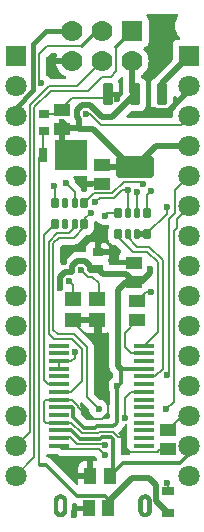
<source format=gbr>
%TF.GenerationSoftware,KiCad,Pcbnew,8.0.2*%
%TF.CreationDate,2024-06-13T12:09:12+05:30*%
%TF.ProjectId,arduino nano,61726475-696e-46f2-906e-616e6f2e6b69,rev?*%
%TF.SameCoordinates,Original*%
%TF.FileFunction,Copper,L2,Bot*%
%TF.FilePolarity,Positive*%
%FSLAX46Y46*%
G04 Gerber Fmt 4.6, Leading zero omitted, Abs format (unit mm)*
G04 Created by KiCad (PCBNEW 8.0.2) date 2024-06-13 12:09:12*
%MOMM*%
%LPD*%
G01*
G04 APERTURE LIST*
G04 Aperture macros list*
%AMRoundRect*
0 Rectangle with rounded corners*
0 $1 Rounding radius*
0 $2 $3 $4 $5 $6 $7 $8 $9 X,Y pos of 4 corners*
0 Add a 4 corners polygon primitive as box body*
4,1,4,$2,$3,$4,$5,$6,$7,$8,$9,$2,$3,0*
0 Add four circle primitives for the rounded corners*
1,1,$1+$1,$2,$3*
1,1,$1+$1,$4,$5*
1,1,$1+$1,$6,$7*
1,1,$1+$1,$8,$9*
0 Add four rect primitives between the rounded corners*
20,1,$1+$1,$2,$3,$4,$5,0*
20,1,$1+$1,$4,$5,$6,$7,0*
20,1,$1+$1,$6,$7,$8,$9,0*
20,1,$1+$1,$8,$9,$2,$3,0*%
G04 Aperture macros list end*
%TA.AperFunction,EtchedComponent*%
%ADD10C,0.001000*%
%TD*%
%TA.AperFunction,ComponentPad*%
%ADD11R,1.800000X1.800000*%
%TD*%
%TA.AperFunction,ComponentPad*%
%ADD12C,1.800000*%
%TD*%
%TA.AperFunction,ComponentPad*%
%ADD13R,1.778000X1.778000*%
%TD*%
%TA.AperFunction,ComponentPad*%
%ADD14C,1.778000*%
%TD*%
%TA.AperFunction,SMDPad,CuDef*%
%ADD15R,1.470000X1.020000*%
%TD*%
%TA.AperFunction,SMDPad,CuDef*%
%ADD16RoundRect,0.152500X0.152500X-0.297500X0.152500X0.297500X-0.152500X0.297500X-0.152500X-0.297500X0*%
%TD*%
%TA.AperFunction,SMDPad,CuDef*%
%ADD17RoundRect,0.132500X0.132500X-0.317500X0.132500X0.317500X-0.132500X0.317500X-0.132500X-0.317500X0*%
%TD*%
%TA.AperFunction,SMDPad,CuDef*%
%ADD18RoundRect,0.116250X-0.348750X0.803750X-0.348750X-0.803750X0.348750X-0.803750X0.348750X0.803750X0*%
%TD*%
%TA.AperFunction,SMDPad,CuDef*%
%ADD19RoundRect,0.230000X-1.365000X0.690000X-1.365000X-0.690000X1.365000X-0.690000X1.365000X0.690000X0*%
%TD*%
%TA.AperFunction,SMDPad,CuDef*%
%ADD20R,0.940000X0.750000*%
%TD*%
%TA.AperFunction,SMDPad,CuDef*%
%ADD21R,1.450000X1.150000*%
%TD*%
%TA.AperFunction,SMDPad,CuDef*%
%ADD22R,2.667000X2.540000*%
%TD*%
%TA.AperFunction,SMDPad,CuDef*%
%ADD23R,0.762000X1.270000*%
%TD*%
%TA.AperFunction,SMDPad,CuDef*%
%ADD24R,1.070000X0.770000*%
%TD*%
%TA.AperFunction,SMDPad,CuDef*%
%ADD25R,1.750000X0.450000*%
%TD*%
%TA.AperFunction,SMDPad,CuDef*%
%ADD26R,1.020000X1.470000*%
%TD*%
%TA.AperFunction,SMDPad,CuDef*%
%ADD27RoundRect,0.152500X-0.152500X0.297500X-0.152500X-0.297500X0.152500X-0.297500X0.152500X0.297500X0*%
%TD*%
%TA.AperFunction,SMDPad,CuDef*%
%ADD28RoundRect,0.132500X-0.132500X0.317500X-0.132500X-0.317500X0.132500X-0.317500X0.132500X0.317500X0*%
%TD*%
%TA.AperFunction,ViaPad*%
%ADD29C,0.600000*%
%TD*%
%TA.AperFunction,Conductor*%
%ADD30C,0.200000*%
%TD*%
%TA.AperFunction,Conductor*%
%ADD31C,0.500000*%
%TD*%
%TA.AperFunction,Conductor*%
%ADD32C,0.300000*%
%TD*%
%TA.AperFunction,Conductor*%
%ADD33C,0.400000*%
%TD*%
G04 APERTURE END LIST*
D10*
%TO.C,J1*%
X145302000Y-122508900D02*
X145330000Y-122510900D01*
X145357000Y-122513900D01*
X145384000Y-122518900D01*
X145411000Y-122525900D01*
X145437000Y-122533900D01*
X145463000Y-122542900D01*
X145489000Y-122552900D01*
X145513000Y-122564900D01*
X145537000Y-122577900D01*
X145561000Y-122592900D01*
X145584000Y-122607900D01*
X145605000Y-122624900D01*
X145626000Y-122642900D01*
X145646000Y-122661900D01*
X145665000Y-122681900D01*
X145683000Y-122702900D01*
X145700000Y-122723900D01*
X145715000Y-122746900D01*
X145730000Y-122770900D01*
X145743000Y-122794900D01*
X145755000Y-122818900D01*
X145765000Y-122844900D01*
X145774000Y-122870900D01*
X145782000Y-122896900D01*
X145789000Y-122923900D01*
X145794000Y-122950900D01*
X145797000Y-122977900D01*
X145799000Y-123005900D01*
X145800000Y-123032900D01*
X145800000Y-123432900D01*
X145500000Y-123432900D01*
X145500000Y-123032900D01*
X145500000Y-123020900D01*
X145499000Y-123008900D01*
X145497000Y-122997900D01*
X145495000Y-122985900D01*
X145492000Y-122974900D01*
X145489000Y-122962900D01*
X145485000Y-122951900D01*
X145481000Y-122940900D01*
X145475000Y-122930900D01*
X145470000Y-122920900D01*
X145464000Y-122909900D01*
X145457000Y-122900900D01*
X145450000Y-122890900D01*
X145442000Y-122881900D01*
X145434000Y-122873900D01*
X145426000Y-122865900D01*
X145417000Y-122857900D01*
X145407000Y-122850900D01*
X145398000Y-122843900D01*
X145387000Y-122837900D01*
X145377000Y-122832900D01*
X145367000Y-122826900D01*
X145356000Y-122822900D01*
X145345000Y-122818900D01*
X145333000Y-122815900D01*
X145322000Y-122812900D01*
X145310000Y-122810900D01*
X145299000Y-122808900D01*
X145287000Y-122807900D01*
X145275000Y-122807900D01*
X145263000Y-122807900D01*
X145251000Y-122808900D01*
X145240000Y-122810900D01*
X145228000Y-122812900D01*
X145217000Y-122815900D01*
X145205000Y-122818900D01*
X145194000Y-122822900D01*
X145183000Y-122826900D01*
X145173000Y-122832900D01*
X145162000Y-122837900D01*
X145152000Y-122843900D01*
X145143000Y-122850900D01*
X145133000Y-122857900D01*
X145124000Y-122865900D01*
X145116000Y-122873900D01*
X145108000Y-122881900D01*
X145100000Y-122890900D01*
X145093000Y-122900900D01*
X145086000Y-122909900D01*
X145080000Y-122919900D01*
X145075000Y-122930900D01*
X145069000Y-122940900D01*
X145065000Y-122951900D01*
X145061000Y-122962900D01*
X145058000Y-122974900D01*
X145055000Y-122985900D01*
X145053000Y-122997900D01*
X145051000Y-123008900D01*
X145050000Y-123020900D01*
X145050000Y-123032900D01*
X145050000Y-123432900D01*
X144750000Y-123432900D01*
X144750000Y-123032900D01*
X144751000Y-123005900D01*
X144753000Y-122977900D01*
X144756000Y-122950900D01*
X144761000Y-122923900D01*
X144768000Y-122896900D01*
X144776000Y-122870900D01*
X144785000Y-122844900D01*
X144795000Y-122818900D01*
X144807000Y-122794900D01*
X144820000Y-122769900D01*
X144835000Y-122746900D01*
X144850000Y-122723900D01*
X144867000Y-122702900D01*
X144885000Y-122681900D01*
X144904000Y-122661900D01*
X144924000Y-122642900D01*
X144945000Y-122624900D01*
X144966000Y-122607900D01*
X144989000Y-122592900D01*
X145013000Y-122577900D01*
X145037000Y-122564900D01*
X145061000Y-122552900D01*
X145087000Y-122542900D01*
X145113000Y-122533900D01*
X145139000Y-122525900D01*
X145166000Y-122518900D01*
X145193000Y-122513900D01*
X145220000Y-122510900D01*
X145248000Y-122508900D01*
X145275000Y-122507900D01*
X145302000Y-122508900D01*
%TA.AperFunction,EtchedComponent*%
G36*
X145302000Y-122508900D02*
G01*
X145330000Y-122510900D01*
X145357000Y-122513900D01*
X145384000Y-122518900D01*
X145411000Y-122525900D01*
X145437000Y-122533900D01*
X145463000Y-122542900D01*
X145489000Y-122552900D01*
X145513000Y-122564900D01*
X145537000Y-122577900D01*
X145561000Y-122592900D01*
X145584000Y-122607900D01*
X145605000Y-122624900D01*
X145626000Y-122642900D01*
X145646000Y-122661900D01*
X145665000Y-122681900D01*
X145683000Y-122702900D01*
X145700000Y-122723900D01*
X145715000Y-122746900D01*
X145730000Y-122770900D01*
X145743000Y-122794900D01*
X145755000Y-122818900D01*
X145765000Y-122844900D01*
X145774000Y-122870900D01*
X145782000Y-122896900D01*
X145789000Y-122923900D01*
X145794000Y-122950900D01*
X145797000Y-122977900D01*
X145799000Y-123005900D01*
X145800000Y-123032900D01*
X145800000Y-123432900D01*
X145500000Y-123432900D01*
X145500000Y-123032900D01*
X145500000Y-123020900D01*
X145499000Y-123008900D01*
X145497000Y-122997900D01*
X145495000Y-122985900D01*
X145492000Y-122974900D01*
X145489000Y-122962900D01*
X145485000Y-122951900D01*
X145481000Y-122940900D01*
X145475000Y-122930900D01*
X145470000Y-122920900D01*
X145464000Y-122909900D01*
X145457000Y-122900900D01*
X145450000Y-122890900D01*
X145442000Y-122881900D01*
X145434000Y-122873900D01*
X145426000Y-122865900D01*
X145417000Y-122857900D01*
X145407000Y-122850900D01*
X145398000Y-122843900D01*
X145387000Y-122837900D01*
X145377000Y-122832900D01*
X145367000Y-122826900D01*
X145356000Y-122822900D01*
X145345000Y-122818900D01*
X145333000Y-122815900D01*
X145322000Y-122812900D01*
X145310000Y-122810900D01*
X145299000Y-122808900D01*
X145287000Y-122807900D01*
X145275000Y-122807900D01*
X145263000Y-122807900D01*
X145251000Y-122808900D01*
X145240000Y-122810900D01*
X145228000Y-122812900D01*
X145217000Y-122815900D01*
X145205000Y-122818900D01*
X145194000Y-122822900D01*
X145183000Y-122826900D01*
X145173000Y-122832900D01*
X145162000Y-122837900D01*
X145152000Y-122843900D01*
X145143000Y-122850900D01*
X145133000Y-122857900D01*
X145124000Y-122865900D01*
X145116000Y-122873900D01*
X145108000Y-122881900D01*
X145100000Y-122890900D01*
X145093000Y-122900900D01*
X145086000Y-122909900D01*
X145080000Y-122919900D01*
X145075000Y-122930900D01*
X145069000Y-122940900D01*
X145065000Y-122951900D01*
X145061000Y-122962900D01*
X145058000Y-122974900D01*
X145055000Y-122985900D01*
X145053000Y-122997900D01*
X145051000Y-123008900D01*
X145050000Y-123020900D01*
X145050000Y-123032900D01*
X145050000Y-123432900D01*
X144750000Y-123432900D01*
X144750000Y-123032900D01*
X144751000Y-123005900D01*
X144753000Y-122977900D01*
X144756000Y-122950900D01*
X144761000Y-122923900D01*
X144768000Y-122896900D01*
X144776000Y-122870900D01*
X144785000Y-122844900D01*
X144795000Y-122818900D01*
X144807000Y-122794900D01*
X144820000Y-122769900D01*
X144835000Y-122746900D01*
X144850000Y-122723900D01*
X144867000Y-122702900D01*
X144885000Y-122681900D01*
X144904000Y-122661900D01*
X144924000Y-122642900D01*
X144945000Y-122624900D01*
X144966000Y-122607900D01*
X144989000Y-122592900D01*
X145013000Y-122577900D01*
X145037000Y-122564900D01*
X145061000Y-122552900D01*
X145087000Y-122542900D01*
X145113000Y-122533900D01*
X145139000Y-122525900D01*
X145166000Y-122518900D01*
X145193000Y-122513900D01*
X145220000Y-122510900D01*
X145248000Y-122508900D01*
X145275000Y-122507900D01*
X145302000Y-122508900D01*
G37*
%TD.AperFunction*%
X145050000Y-123832900D02*
X145050000Y-123844900D01*
X145051000Y-123856900D01*
X145053000Y-123867900D01*
X145055000Y-123879900D01*
X145058000Y-123890900D01*
X145061000Y-123902900D01*
X145065000Y-123913900D01*
X145069000Y-123924900D01*
X145075000Y-123934900D01*
X145080000Y-123945900D01*
X145086000Y-123955900D01*
X145093000Y-123964900D01*
X145100000Y-123974900D01*
X145108000Y-123983900D01*
X145116000Y-123991900D01*
X145124000Y-123999900D01*
X145133000Y-124007900D01*
X145143000Y-124014900D01*
X145152000Y-124021900D01*
X145162000Y-124027900D01*
X145173000Y-124032900D01*
X145183000Y-124038900D01*
X145194000Y-124042900D01*
X145205000Y-124046900D01*
X145217000Y-124049900D01*
X145228000Y-124052900D01*
X145240000Y-124054900D01*
X145251000Y-124056900D01*
X145263000Y-124057900D01*
X145275000Y-124057900D01*
X145287000Y-124057900D01*
X145299000Y-124056900D01*
X145310000Y-124054900D01*
X145322000Y-124052900D01*
X145333000Y-124049900D01*
X145345000Y-124046900D01*
X145356000Y-124042900D01*
X145367000Y-124038900D01*
X145377000Y-124032900D01*
X145387000Y-124027900D01*
X145398000Y-124021900D01*
X145407000Y-124014900D01*
X145417000Y-124007900D01*
X145426000Y-123999900D01*
X145434000Y-123991900D01*
X145442000Y-123983900D01*
X145450000Y-123974900D01*
X145457000Y-123964900D01*
X145464000Y-123955900D01*
X145470000Y-123944900D01*
X145475000Y-123934900D01*
X145481000Y-123924900D01*
X145485000Y-123913900D01*
X145489000Y-123902900D01*
X145492000Y-123890900D01*
X145495000Y-123879900D01*
X145497000Y-123867900D01*
X145499000Y-123856900D01*
X145500000Y-123844900D01*
X145500000Y-123832900D01*
X145500000Y-123432900D01*
X145800000Y-123432900D01*
X145800000Y-123832900D01*
X145799000Y-123859900D01*
X145797000Y-123887900D01*
X145794000Y-123914900D01*
X145789000Y-123941900D01*
X145782000Y-123968900D01*
X145774000Y-123994900D01*
X145765000Y-124020900D01*
X145755000Y-124046900D01*
X145743000Y-124070900D01*
X145730000Y-124094900D01*
X145715000Y-124118900D01*
X145700000Y-124141900D01*
X145683000Y-124162900D01*
X145665000Y-124183900D01*
X145646000Y-124203900D01*
X145626000Y-124222900D01*
X145605000Y-124240900D01*
X145584000Y-124257900D01*
X145561000Y-124272900D01*
X145537000Y-124287900D01*
X145513000Y-124300900D01*
X145489000Y-124312900D01*
X145463000Y-124322900D01*
X145437000Y-124331900D01*
X145411000Y-124339900D01*
X145384000Y-124346900D01*
X145357000Y-124351900D01*
X145330000Y-124354900D01*
X145302000Y-124356900D01*
X145275000Y-124357900D01*
X145248000Y-124356900D01*
X145220000Y-124354900D01*
X145193000Y-124351900D01*
X145166000Y-124346900D01*
X145139000Y-124339900D01*
X145113000Y-124331900D01*
X145087000Y-124322900D01*
X145061000Y-124312900D01*
X145037000Y-124300900D01*
X145013000Y-124287900D01*
X144989000Y-124272900D01*
X144966000Y-124257900D01*
X144945000Y-124240900D01*
X144924000Y-124222900D01*
X144904000Y-124203900D01*
X144885000Y-124183900D01*
X144867000Y-124162900D01*
X144850000Y-124141900D01*
X144835000Y-124118900D01*
X144820000Y-124095900D01*
X144807000Y-124070900D01*
X144795000Y-124046900D01*
X144785000Y-124020900D01*
X144776000Y-123994900D01*
X144768000Y-123968900D01*
X144761000Y-123941900D01*
X144756000Y-123914900D01*
X144753000Y-123887900D01*
X144751000Y-123859900D01*
X144750000Y-123832900D01*
X144750000Y-123432900D01*
X145050000Y-123432900D01*
X145050000Y-123832900D01*
%TA.AperFunction,EtchedComponent*%
G36*
X145050000Y-123832900D02*
G01*
X145050000Y-123844900D01*
X145051000Y-123856900D01*
X145053000Y-123867900D01*
X145055000Y-123879900D01*
X145058000Y-123890900D01*
X145061000Y-123902900D01*
X145065000Y-123913900D01*
X145069000Y-123924900D01*
X145075000Y-123934900D01*
X145080000Y-123945900D01*
X145086000Y-123955900D01*
X145093000Y-123964900D01*
X145100000Y-123974900D01*
X145108000Y-123983900D01*
X145116000Y-123991900D01*
X145124000Y-123999900D01*
X145133000Y-124007900D01*
X145143000Y-124014900D01*
X145152000Y-124021900D01*
X145162000Y-124027900D01*
X145173000Y-124032900D01*
X145183000Y-124038900D01*
X145194000Y-124042900D01*
X145205000Y-124046900D01*
X145217000Y-124049900D01*
X145228000Y-124052900D01*
X145240000Y-124054900D01*
X145251000Y-124056900D01*
X145263000Y-124057900D01*
X145275000Y-124057900D01*
X145287000Y-124057900D01*
X145299000Y-124056900D01*
X145310000Y-124054900D01*
X145322000Y-124052900D01*
X145333000Y-124049900D01*
X145345000Y-124046900D01*
X145356000Y-124042900D01*
X145367000Y-124038900D01*
X145377000Y-124032900D01*
X145387000Y-124027900D01*
X145398000Y-124021900D01*
X145407000Y-124014900D01*
X145417000Y-124007900D01*
X145426000Y-123999900D01*
X145434000Y-123991900D01*
X145442000Y-123983900D01*
X145450000Y-123974900D01*
X145457000Y-123964900D01*
X145464000Y-123955900D01*
X145470000Y-123944900D01*
X145475000Y-123934900D01*
X145481000Y-123924900D01*
X145485000Y-123913900D01*
X145489000Y-123902900D01*
X145492000Y-123890900D01*
X145495000Y-123879900D01*
X145497000Y-123867900D01*
X145499000Y-123856900D01*
X145500000Y-123844900D01*
X145500000Y-123832900D01*
X145500000Y-123432900D01*
X145800000Y-123432900D01*
X145800000Y-123832900D01*
X145799000Y-123859900D01*
X145797000Y-123887900D01*
X145794000Y-123914900D01*
X145789000Y-123941900D01*
X145782000Y-123968900D01*
X145774000Y-123994900D01*
X145765000Y-124020900D01*
X145755000Y-124046900D01*
X145743000Y-124070900D01*
X145730000Y-124094900D01*
X145715000Y-124118900D01*
X145700000Y-124141900D01*
X145683000Y-124162900D01*
X145665000Y-124183900D01*
X145646000Y-124203900D01*
X145626000Y-124222900D01*
X145605000Y-124240900D01*
X145584000Y-124257900D01*
X145561000Y-124272900D01*
X145537000Y-124287900D01*
X145513000Y-124300900D01*
X145489000Y-124312900D01*
X145463000Y-124322900D01*
X145437000Y-124331900D01*
X145411000Y-124339900D01*
X145384000Y-124346900D01*
X145357000Y-124351900D01*
X145330000Y-124354900D01*
X145302000Y-124356900D01*
X145275000Y-124357900D01*
X145248000Y-124356900D01*
X145220000Y-124354900D01*
X145193000Y-124351900D01*
X145166000Y-124346900D01*
X145139000Y-124339900D01*
X145113000Y-124331900D01*
X145087000Y-124322900D01*
X145061000Y-124312900D01*
X145037000Y-124300900D01*
X145013000Y-124287900D01*
X144989000Y-124272900D01*
X144966000Y-124257900D01*
X144945000Y-124240900D01*
X144924000Y-124222900D01*
X144904000Y-124203900D01*
X144885000Y-124183900D01*
X144867000Y-124162900D01*
X144850000Y-124141900D01*
X144835000Y-124118900D01*
X144820000Y-124095900D01*
X144807000Y-124070900D01*
X144795000Y-124046900D01*
X144785000Y-124020900D01*
X144776000Y-123994900D01*
X144768000Y-123968900D01*
X144761000Y-123941900D01*
X144756000Y-123914900D01*
X144753000Y-123887900D01*
X144751000Y-123859900D01*
X144750000Y-123832900D01*
X144750000Y-123432900D01*
X145050000Y-123432900D01*
X145050000Y-123832900D01*
G37*
%TD.AperFunction*%
X152452000Y-122508900D02*
X152480000Y-122510900D01*
X152507000Y-122513900D01*
X152534000Y-122518900D01*
X152561000Y-122525900D01*
X152587000Y-122533900D01*
X152613000Y-122542900D01*
X152639000Y-122552900D01*
X152663000Y-122564900D01*
X152687000Y-122577900D01*
X152711000Y-122592900D01*
X152734000Y-122607900D01*
X152755000Y-122624900D01*
X152776000Y-122642900D01*
X152796000Y-122661900D01*
X152815000Y-122681900D01*
X152833000Y-122702900D01*
X152850000Y-122723900D01*
X152865000Y-122746900D01*
X152880000Y-122769900D01*
X152893000Y-122794900D01*
X152905000Y-122818900D01*
X152915000Y-122844900D01*
X152924000Y-122870900D01*
X152932000Y-122896900D01*
X152939000Y-122923900D01*
X152944000Y-122950900D01*
X152947000Y-122977900D01*
X152949000Y-123005900D01*
X152950000Y-123032900D01*
X152950000Y-123432900D01*
X152650000Y-123432900D01*
X152650000Y-123032900D01*
X152650000Y-123020900D01*
X152649000Y-123008900D01*
X152647000Y-122997900D01*
X152645000Y-122985900D01*
X152642000Y-122974900D01*
X152639000Y-122962900D01*
X152635000Y-122951900D01*
X152631000Y-122940900D01*
X152625000Y-122930900D01*
X152620000Y-122919900D01*
X152614000Y-122909900D01*
X152607000Y-122900900D01*
X152600000Y-122890900D01*
X152592000Y-122881900D01*
X152584000Y-122873900D01*
X152576000Y-122865900D01*
X152567000Y-122857900D01*
X152557000Y-122850900D01*
X152548000Y-122843900D01*
X152538000Y-122837900D01*
X152527000Y-122832900D01*
X152517000Y-122826900D01*
X152506000Y-122822900D01*
X152495000Y-122818900D01*
X152483000Y-122815900D01*
X152472000Y-122812900D01*
X152460000Y-122810900D01*
X152449000Y-122808900D01*
X152437000Y-122807900D01*
X152425000Y-122807900D01*
X152413000Y-122807900D01*
X152401000Y-122808900D01*
X152390000Y-122810900D01*
X152378000Y-122812900D01*
X152367000Y-122815900D01*
X152355000Y-122818900D01*
X152344000Y-122822900D01*
X152333000Y-122826900D01*
X152323000Y-122832900D01*
X152313000Y-122837900D01*
X152302000Y-122843900D01*
X152293000Y-122850900D01*
X152283000Y-122857900D01*
X152274000Y-122865900D01*
X152266000Y-122873900D01*
X152258000Y-122881900D01*
X152250000Y-122890900D01*
X152243000Y-122900900D01*
X152236000Y-122909900D01*
X152230000Y-122920900D01*
X152225000Y-122930900D01*
X152219000Y-122940900D01*
X152215000Y-122951900D01*
X152211000Y-122962900D01*
X152208000Y-122974900D01*
X152205000Y-122985900D01*
X152203000Y-122997900D01*
X152201000Y-123008900D01*
X152200000Y-123020900D01*
X152200000Y-123032900D01*
X152200000Y-123432900D01*
X151900000Y-123432900D01*
X151900000Y-123032900D01*
X151901000Y-123005900D01*
X151903000Y-122977900D01*
X151906000Y-122950900D01*
X151911000Y-122923900D01*
X151918000Y-122896900D01*
X151926000Y-122870900D01*
X151935000Y-122844900D01*
X151945000Y-122818900D01*
X151957000Y-122794900D01*
X151970000Y-122770900D01*
X151985000Y-122746900D01*
X152000000Y-122723900D01*
X152017000Y-122702900D01*
X152035000Y-122681900D01*
X152054000Y-122661900D01*
X152074000Y-122642900D01*
X152095000Y-122624900D01*
X152116000Y-122607900D01*
X152139000Y-122592900D01*
X152163000Y-122577900D01*
X152187000Y-122564900D01*
X152211000Y-122552900D01*
X152237000Y-122542900D01*
X152263000Y-122533900D01*
X152289000Y-122525900D01*
X152316000Y-122518900D01*
X152343000Y-122513900D01*
X152370000Y-122510900D01*
X152398000Y-122508900D01*
X152425000Y-122507900D01*
X152452000Y-122508900D01*
%TA.AperFunction,EtchedComponent*%
G36*
X152452000Y-122508900D02*
G01*
X152480000Y-122510900D01*
X152507000Y-122513900D01*
X152534000Y-122518900D01*
X152561000Y-122525900D01*
X152587000Y-122533900D01*
X152613000Y-122542900D01*
X152639000Y-122552900D01*
X152663000Y-122564900D01*
X152687000Y-122577900D01*
X152711000Y-122592900D01*
X152734000Y-122607900D01*
X152755000Y-122624900D01*
X152776000Y-122642900D01*
X152796000Y-122661900D01*
X152815000Y-122681900D01*
X152833000Y-122702900D01*
X152850000Y-122723900D01*
X152865000Y-122746900D01*
X152880000Y-122769900D01*
X152893000Y-122794900D01*
X152905000Y-122818900D01*
X152915000Y-122844900D01*
X152924000Y-122870900D01*
X152932000Y-122896900D01*
X152939000Y-122923900D01*
X152944000Y-122950900D01*
X152947000Y-122977900D01*
X152949000Y-123005900D01*
X152950000Y-123032900D01*
X152950000Y-123432900D01*
X152650000Y-123432900D01*
X152650000Y-123032900D01*
X152650000Y-123020900D01*
X152649000Y-123008900D01*
X152647000Y-122997900D01*
X152645000Y-122985900D01*
X152642000Y-122974900D01*
X152639000Y-122962900D01*
X152635000Y-122951900D01*
X152631000Y-122940900D01*
X152625000Y-122930900D01*
X152620000Y-122919900D01*
X152614000Y-122909900D01*
X152607000Y-122900900D01*
X152600000Y-122890900D01*
X152592000Y-122881900D01*
X152584000Y-122873900D01*
X152576000Y-122865900D01*
X152567000Y-122857900D01*
X152557000Y-122850900D01*
X152548000Y-122843900D01*
X152538000Y-122837900D01*
X152527000Y-122832900D01*
X152517000Y-122826900D01*
X152506000Y-122822900D01*
X152495000Y-122818900D01*
X152483000Y-122815900D01*
X152472000Y-122812900D01*
X152460000Y-122810900D01*
X152449000Y-122808900D01*
X152437000Y-122807900D01*
X152425000Y-122807900D01*
X152413000Y-122807900D01*
X152401000Y-122808900D01*
X152390000Y-122810900D01*
X152378000Y-122812900D01*
X152367000Y-122815900D01*
X152355000Y-122818900D01*
X152344000Y-122822900D01*
X152333000Y-122826900D01*
X152323000Y-122832900D01*
X152313000Y-122837900D01*
X152302000Y-122843900D01*
X152293000Y-122850900D01*
X152283000Y-122857900D01*
X152274000Y-122865900D01*
X152266000Y-122873900D01*
X152258000Y-122881900D01*
X152250000Y-122890900D01*
X152243000Y-122900900D01*
X152236000Y-122909900D01*
X152230000Y-122920900D01*
X152225000Y-122930900D01*
X152219000Y-122940900D01*
X152215000Y-122951900D01*
X152211000Y-122962900D01*
X152208000Y-122974900D01*
X152205000Y-122985900D01*
X152203000Y-122997900D01*
X152201000Y-123008900D01*
X152200000Y-123020900D01*
X152200000Y-123032900D01*
X152200000Y-123432900D01*
X151900000Y-123432900D01*
X151900000Y-123032900D01*
X151901000Y-123005900D01*
X151903000Y-122977900D01*
X151906000Y-122950900D01*
X151911000Y-122923900D01*
X151918000Y-122896900D01*
X151926000Y-122870900D01*
X151935000Y-122844900D01*
X151945000Y-122818900D01*
X151957000Y-122794900D01*
X151970000Y-122770900D01*
X151985000Y-122746900D01*
X152000000Y-122723900D01*
X152017000Y-122702900D01*
X152035000Y-122681900D01*
X152054000Y-122661900D01*
X152074000Y-122642900D01*
X152095000Y-122624900D01*
X152116000Y-122607900D01*
X152139000Y-122592900D01*
X152163000Y-122577900D01*
X152187000Y-122564900D01*
X152211000Y-122552900D01*
X152237000Y-122542900D01*
X152263000Y-122533900D01*
X152289000Y-122525900D01*
X152316000Y-122518900D01*
X152343000Y-122513900D01*
X152370000Y-122510900D01*
X152398000Y-122508900D01*
X152425000Y-122507900D01*
X152452000Y-122508900D01*
G37*
%TD.AperFunction*%
X152200000Y-123832900D02*
X152200000Y-123844900D01*
X152201000Y-123856900D01*
X152203000Y-123867900D01*
X152205000Y-123879900D01*
X152208000Y-123890900D01*
X152211000Y-123902900D01*
X152215000Y-123913900D01*
X152219000Y-123924900D01*
X152225000Y-123934900D01*
X152230000Y-123944900D01*
X152236000Y-123955900D01*
X152243000Y-123964900D01*
X152250000Y-123974900D01*
X152258000Y-123983900D01*
X152266000Y-123991900D01*
X152274000Y-123999900D01*
X152283000Y-124007900D01*
X152293000Y-124014900D01*
X152302000Y-124021900D01*
X152313000Y-124027900D01*
X152323000Y-124032900D01*
X152333000Y-124038900D01*
X152344000Y-124042900D01*
X152355000Y-124046900D01*
X152367000Y-124049900D01*
X152378000Y-124052900D01*
X152390000Y-124054900D01*
X152401000Y-124056900D01*
X152413000Y-124057900D01*
X152425000Y-124057900D01*
X152437000Y-124057900D01*
X152449000Y-124056900D01*
X152460000Y-124054900D01*
X152472000Y-124052900D01*
X152483000Y-124049900D01*
X152495000Y-124046900D01*
X152506000Y-124042900D01*
X152517000Y-124038900D01*
X152527000Y-124032900D01*
X152538000Y-124027900D01*
X152548000Y-124021900D01*
X152557000Y-124014900D01*
X152567000Y-124007900D01*
X152576000Y-123999900D01*
X152584000Y-123991900D01*
X152592000Y-123983900D01*
X152600000Y-123974900D01*
X152607000Y-123964900D01*
X152614000Y-123955900D01*
X152620000Y-123945900D01*
X152625000Y-123934900D01*
X152631000Y-123924900D01*
X152635000Y-123913900D01*
X152639000Y-123902900D01*
X152642000Y-123890900D01*
X152645000Y-123879900D01*
X152647000Y-123867900D01*
X152649000Y-123856900D01*
X152650000Y-123844900D01*
X152650000Y-123832900D01*
X152650000Y-123432900D01*
X152950000Y-123432900D01*
X152950000Y-123832900D01*
X152949000Y-123859900D01*
X152947000Y-123887900D01*
X152944000Y-123914900D01*
X152939000Y-123941900D01*
X152932000Y-123968900D01*
X152924000Y-123994900D01*
X152915000Y-124020900D01*
X152905000Y-124046900D01*
X152893000Y-124070900D01*
X152880000Y-124095900D01*
X152865000Y-124118900D01*
X152850000Y-124141900D01*
X152833000Y-124162900D01*
X152815000Y-124183900D01*
X152796000Y-124203900D01*
X152776000Y-124222900D01*
X152755000Y-124240900D01*
X152734000Y-124257900D01*
X152711000Y-124272900D01*
X152687000Y-124287900D01*
X152663000Y-124300900D01*
X152639000Y-124312900D01*
X152613000Y-124322900D01*
X152587000Y-124331900D01*
X152561000Y-124339900D01*
X152534000Y-124346900D01*
X152507000Y-124351900D01*
X152480000Y-124354900D01*
X152452000Y-124356900D01*
X152425000Y-124357900D01*
X152398000Y-124356900D01*
X152370000Y-124354900D01*
X152343000Y-124351900D01*
X152316000Y-124346900D01*
X152289000Y-124339900D01*
X152263000Y-124331900D01*
X152237000Y-124322900D01*
X152211000Y-124312900D01*
X152187000Y-124300900D01*
X152163000Y-124287900D01*
X152139000Y-124272900D01*
X152116000Y-124257900D01*
X152095000Y-124240900D01*
X152074000Y-124222900D01*
X152054000Y-124203900D01*
X152035000Y-124183900D01*
X152017000Y-124162900D01*
X152000000Y-124141900D01*
X151985000Y-124118900D01*
X151970000Y-124094900D01*
X151957000Y-124070900D01*
X151945000Y-124046900D01*
X151935000Y-124020900D01*
X151926000Y-123994900D01*
X151918000Y-123968900D01*
X151911000Y-123941900D01*
X151906000Y-123914900D01*
X151903000Y-123887900D01*
X151901000Y-123859900D01*
X151900000Y-123832900D01*
X151900000Y-123432900D01*
X152200000Y-123432900D01*
X152200000Y-123832900D01*
%TA.AperFunction,EtchedComponent*%
G36*
X152200000Y-123832900D02*
G01*
X152200000Y-123844900D01*
X152201000Y-123856900D01*
X152203000Y-123867900D01*
X152205000Y-123879900D01*
X152208000Y-123890900D01*
X152211000Y-123902900D01*
X152215000Y-123913900D01*
X152219000Y-123924900D01*
X152225000Y-123934900D01*
X152230000Y-123944900D01*
X152236000Y-123955900D01*
X152243000Y-123964900D01*
X152250000Y-123974900D01*
X152258000Y-123983900D01*
X152266000Y-123991900D01*
X152274000Y-123999900D01*
X152283000Y-124007900D01*
X152293000Y-124014900D01*
X152302000Y-124021900D01*
X152313000Y-124027900D01*
X152323000Y-124032900D01*
X152333000Y-124038900D01*
X152344000Y-124042900D01*
X152355000Y-124046900D01*
X152367000Y-124049900D01*
X152378000Y-124052900D01*
X152390000Y-124054900D01*
X152401000Y-124056900D01*
X152413000Y-124057900D01*
X152425000Y-124057900D01*
X152437000Y-124057900D01*
X152449000Y-124056900D01*
X152460000Y-124054900D01*
X152472000Y-124052900D01*
X152483000Y-124049900D01*
X152495000Y-124046900D01*
X152506000Y-124042900D01*
X152517000Y-124038900D01*
X152527000Y-124032900D01*
X152538000Y-124027900D01*
X152548000Y-124021900D01*
X152557000Y-124014900D01*
X152567000Y-124007900D01*
X152576000Y-123999900D01*
X152584000Y-123991900D01*
X152592000Y-123983900D01*
X152600000Y-123974900D01*
X152607000Y-123964900D01*
X152614000Y-123955900D01*
X152620000Y-123945900D01*
X152625000Y-123934900D01*
X152631000Y-123924900D01*
X152635000Y-123913900D01*
X152639000Y-123902900D01*
X152642000Y-123890900D01*
X152645000Y-123879900D01*
X152647000Y-123867900D01*
X152649000Y-123856900D01*
X152650000Y-123844900D01*
X152650000Y-123832900D01*
X152650000Y-123432900D01*
X152950000Y-123432900D01*
X152950000Y-123832900D01*
X152949000Y-123859900D01*
X152947000Y-123887900D01*
X152944000Y-123914900D01*
X152939000Y-123941900D01*
X152932000Y-123968900D01*
X152924000Y-123994900D01*
X152915000Y-124020900D01*
X152905000Y-124046900D01*
X152893000Y-124070900D01*
X152880000Y-124095900D01*
X152865000Y-124118900D01*
X152850000Y-124141900D01*
X152833000Y-124162900D01*
X152815000Y-124183900D01*
X152796000Y-124203900D01*
X152776000Y-124222900D01*
X152755000Y-124240900D01*
X152734000Y-124257900D01*
X152711000Y-124272900D01*
X152687000Y-124287900D01*
X152663000Y-124300900D01*
X152639000Y-124312900D01*
X152613000Y-124322900D01*
X152587000Y-124331900D01*
X152561000Y-124339900D01*
X152534000Y-124346900D01*
X152507000Y-124351900D01*
X152480000Y-124354900D01*
X152452000Y-124356900D01*
X152425000Y-124357900D01*
X152398000Y-124356900D01*
X152370000Y-124354900D01*
X152343000Y-124351900D01*
X152316000Y-124346900D01*
X152289000Y-124339900D01*
X152263000Y-124331900D01*
X152237000Y-124322900D01*
X152211000Y-124312900D01*
X152187000Y-124300900D01*
X152163000Y-124287900D01*
X152139000Y-124272900D01*
X152116000Y-124257900D01*
X152095000Y-124240900D01*
X152074000Y-124222900D01*
X152054000Y-124203900D01*
X152035000Y-124183900D01*
X152017000Y-124162900D01*
X152000000Y-124141900D01*
X151985000Y-124118900D01*
X151970000Y-124094900D01*
X151957000Y-124070900D01*
X151945000Y-124046900D01*
X151935000Y-124020900D01*
X151926000Y-123994900D01*
X151918000Y-123968900D01*
X151911000Y-123941900D01*
X151906000Y-123914900D01*
X151903000Y-123887900D01*
X151901000Y-123859900D01*
X151900000Y-123832900D01*
X151900000Y-123432900D01*
X152200000Y-123432900D01*
X152200000Y-123832900D01*
G37*
%TD.AperFunction*%
%TD*%
D11*
%TO.P,J2,1,Pin_1*%
%TO.N,/D0{slash}RX*%
X141500000Y-85400000D03*
D12*
%TO.P,J2,2,Pin_2*%
%TO.N,/D1{slash}TX*%
X141500000Y-87940000D03*
%TO.P,J2,3,Pin_3*%
%TO.N,/RESET*%
X141500000Y-90480000D03*
%TO.P,J2,4,Pin_4*%
%TO.N,GND*%
X141500000Y-93020000D03*
%TO.P,J2,5,Pin_5*%
%TO.N,/D2*%
X141500000Y-95560000D03*
%TO.P,J2,6,Pin_6*%
%TO.N,/D3*%
X141500000Y-98100000D03*
%TO.P,J2,7,Pin_7*%
%TO.N,/D4*%
X141500000Y-100640000D03*
%TO.P,J2,8,Pin_8*%
%TO.N,/D5*%
X141500000Y-103180000D03*
%TO.P,J2,9,Pin_9*%
%TO.N,/D6*%
X141500000Y-105720000D03*
%TO.P,J2,10,Pin_10*%
%TO.N,/D7*%
X141500000Y-108260000D03*
%TO.P,J2,11,Pin_11*%
%TO.N,/D8*%
X141500000Y-110800000D03*
%TO.P,J2,12,Pin_12*%
%TO.N,/D9*%
X141500000Y-113340000D03*
%TO.P,J2,13,Pin_13*%
%TO.N,/D10*%
X141500000Y-115880000D03*
%TO.P,J2,14,Pin_14*%
%TO.N,/D11{slash}MOSI*%
X141500000Y-118420000D03*
%TO.P,J2,15,Pin_15*%
%TO.N,/D12{slash}MISO*%
X141500000Y-120960000D03*
%TD*%
D13*
%TO.P,X1,1,MISO*%
%TO.N,/D12{slash}MISO*%
X151371750Y-83298250D03*
D14*
%TO.P,X1,2,VCC*%
%TO.N,+5V*%
X151371750Y-85838250D03*
%TO.P,X1,3,SCK*%
%TO.N,/D13{slash}SCK*%
X148831750Y-83298250D03*
%TO.P,X1,4,MOSI*%
%TO.N,/D11{slash}MOSI*%
X148831750Y-85838250D03*
%TO.P,X1,5,RST*%
%TO.N,/RESET*%
X146291750Y-83298250D03*
%TO.P,X1,6,GND*%
%TO.N,GND*%
X146291750Y-85838250D03*
%TD*%
D11*
%TO.P,J3,1,Pin_1*%
%TO.N,Vin*%
X156200000Y-85400000D03*
D12*
%TO.P,J3,2,Pin_2*%
%TO.N,GND*%
X156200000Y-87940000D03*
%TO.P,J3,3,Pin_3*%
%TO.N,/RESET*%
X156200000Y-90480000D03*
%TO.P,J3,4,Pin_4*%
%TO.N,+5V*%
X156200000Y-93020000D03*
%TO.P,J3,5,Pin_5*%
%TO.N,/A7*%
X156200000Y-95560000D03*
%TO.P,J3,6,Pin_6*%
%TO.N,/A6*%
X156200000Y-98100000D03*
%TO.P,J3,7,Pin_7*%
%TO.N,/A5*%
X156200000Y-100640000D03*
%TO.P,J3,8,Pin_8*%
%TO.N,/A4*%
X156200000Y-103180000D03*
%TO.P,J3,9,Pin_9*%
%TO.N,/A3*%
X156200000Y-105720000D03*
%TO.P,J3,10,Pin_10*%
%TO.N,/A2*%
X156200000Y-108260000D03*
%TO.P,J3,11,Pin_11*%
%TO.N,/A1*%
X156200000Y-110800000D03*
%TO.P,J3,12,Pin_12*%
%TO.N,/A0*%
X156200000Y-113340000D03*
%TO.P,J3,13,Pin_13*%
%TO.N,/AREF*%
X156200000Y-115880000D03*
%TO.P,J3,14,Pin_14*%
%TO.N,3V3*%
X156200000Y-118420000D03*
%TO.P,J3,15,Pin_15*%
%TO.N,/D13{slash}SCK*%
X156200000Y-120960000D03*
%TD*%
D15*
%TO.P,C3,1*%
%TO.N,+5V*%
X145450000Y-91560000D03*
%TO.P,C3,2*%
%TO.N,GND*%
X145450000Y-89940000D03*
%TD*%
D16*
%TO.P,RP2,1,1*%
%TO.N,/D13{slash}SCK*%
X147340000Y-99620000D03*
D17*
%TO.P,RP2,2,2*%
%TO.N,Net-(U3-CBUS1)*%
X146500000Y-99620000D03*
%TO.P,RP2,3,3*%
%TO.N,unconnected-(RP2-Pad3)*%
X145700000Y-99620000D03*
D16*
%TO.P,RP2,4,4*%
%TO.N,Net-(U3-CBUS0)*%
X144860000Y-99620000D03*
%TO.P,RP2,5,5*%
%TO.N,Net-(LD3(RX)1-K)*%
X144860000Y-97850000D03*
D17*
%TO.P,RP2,6,6*%
%TO.N,unconnected-(RP2-Pad6)*%
X145700000Y-97850000D03*
%TO.P,RP2,7,7*%
%TO.N,Net-(LD4(TX)1-K)*%
X146500000Y-97850000D03*
D16*
%TO.P,RP2,8,8*%
%TO.N,Net-(LD1-A)*%
X147340000Y-97850000D03*
%TD*%
D18*
%TO.P,VR1,1,ADJ/GND*%
%TO.N,GND*%
X149300000Y-88650000D03*
%TO.P,VR1,2,VOUT*%
%TO.N,+5V*%
X151600000Y-88650000D03*
%TO.P,VR1,3,VIN*%
%TO.N,Vin*%
X153900000Y-88650000D03*
D19*
%TO.P,VR1,4,VOUT*%
%TO.N,+5V*%
X151600000Y-94820000D03*
%TD*%
D20*
%TO.P,C9,1*%
%TO.N,VUSB*%
X143900000Y-91700000D03*
%TO.P,C9,2*%
%TO.N,GND*%
X143900000Y-90300000D03*
%TD*%
D15*
%TO.P,C1,1*%
%TO.N,/AREF*%
X154400000Y-117040000D03*
%TO.P,C1,2*%
%TO.N,GND*%
X154400000Y-118660000D03*
%TD*%
D21*
%TO.P,C5,1*%
%TO.N,GND*%
X146370000Y-107740000D03*
%TO.P,C5,2*%
%TO.N,Net-(U1-PB6(XTAL1))*%
X146370000Y-105940000D03*
%TD*%
D15*
%TO.P,C10,1*%
%TO.N,Net-(U3-DTR)*%
X151800000Y-107760000D03*
%TO.P,C10,2*%
%TO.N,/RESET*%
X151800000Y-106140000D03*
%TD*%
D22*
%TO.P,U2,P$1,K*%
%TO.N,+5V*%
X146200000Y-93750000D03*
D23*
%TO.P,U2,P$2,A*%
%TO.N,VUSB*%
X143850000Y-93750000D03*
%TD*%
D24*
%TO.P,F2,1,1*%
%TO.N,VUSB*%
X154400000Y-124050000D03*
%TO.P,F2,2,2*%
%TO.N,Net-(J1-VBUS)*%
X154400000Y-122250000D03*
%TD*%
D25*
%TO.P,U3,1,TXD*%
%TO.N,/RX*%
X152350000Y-109925000D03*
%TO.P,U3,2,DTR*%
%TO.N,Net-(U3-DTR)*%
X152350000Y-110575000D03*
%TO.P,U3,3,RTS*%
%TO.N,unconnected-(U3-RTS-Pad3)*%
X152350000Y-111225000D03*
%TO.P,U3,4,VCCIO*%
%TO.N,+5V*%
X152350000Y-111875000D03*
%TO.P,U3,5,RXD*%
%TO.N,/TX*%
X152350000Y-112525000D03*
%TO.P,U3,6,RI*%
%TO.N,unconnected-(U3-RI-Pad6)*%
X152350000Y-113175000D03*
%TO.P,U3,7,GND*%
%TO.N,GND*%
X152350000Y-113825000D03*
%TO.P,U3,8,NC1*%
%TO.N,unconnected-(U3-NC1-Pad8)*%
X152350000Y-114475000D03*
%TO.P,U3,9,DCR*%
%TO.N,unconnected-(U3-DCR-Pad9)*%
X152350000Y-115125000D03*
%TO.P,U3,10,DCD*%
%TO.N,unconnected-(U3-DCD-Pad10)*%
X152350000Y-115775000D03*
%TO.P,U3,11,CTS*%
%TO.N,unconnected-(U3-CTS-Pad11)*%
X152350000Y-116425000D03*
%TO.P,U3,12,CBUS4*%
%TO.N,unconnected-(U3-CBUS4-Pad12)*%
X152350000Y-117075000D03*
%TO.P,U3,13,CBUS2*%
%TO.N,unconnected-(U3-CBUS2-Pad13)*%
X152350000Y-117725000D03*
%TO.P,U3,14,CBUS3*%
%TO.N,unconnected-(U3-CBUS3-Pad14)*%
X152350000Y-118375000D03*
%TO.P,U3,15,USBD+*%
%TO.N,Net-(J1-D+)*%
X145150000Y-118375000D03*
%TO.P,U3,16,USBD-*%
%TO.N,Net-(J1-D-)*%
X145150000Y-117725000D03*
%TO.P,U3,17,3V3OUT*%
%TO.N,3V3*%
X145150000Y-117075000D03*
%TO.P,U3,18,GND*%
%TO.N,GND*%
X145150000Y-116425000D03*
%TO.P,U3,19,~{RESET}*%
%TO.N,unconnected-(U3-~{RESET}-Pad19)*%
X145150000Y-115775000D03*
%TO.P,U3,20,VCC*%
%TO.N,+5V*%
X145150000Y-115125000D03*
%TO.P,U3,21,GND*%
%TO.N,GND*%
X145150000Y-114475000D03*
%TO.P,U3,22,CBUS1*%
%TO.N,Net-(U3-CBUS1)*%
X145150000Y-113825000D03*
%TO.P,U3,23,CBUS0*%
%TO.N,Net-(U3-CBUS0)*%
X145150000Y-113175000D03*
%TO.P,U3,24,NC2*%
%TO.N,unconnected-(U3-NC2-Pad24)*%
X145150000Y-112525000D03*
%TO.P,U3,25,AGND*%
%TO.N,GND*%
X145150000Y-111875000D03*
%TO.P,U3,26,TEST*%
X145150000Y-111225000D03*
%TO.P,U3,27,OSCI*%
%TO.N,unconnected-(U3-OSCI-Pad27)*%
X145150000Y-110575000D03*
%TO.P,U3,28,OSCO*%
%TO.N,unconnected-(U3-OSCO-Pad28)*%
X145150000Y-109925000D03*
%TD*%
D21*
%TO.P,C6,1*%
%TO.N,GND*%
X148370000Y-107740000D03*
%TO.P,C6,2*%
%TO.N,Net-(U1-PB7(XTAL2))*%
X148370000Y-105940000D03*
%TD*%
D26*
%TO.P,C11,1*%
%TO.N,3V3*%
X149460000Y-120950000D03*
%TO.P,C11,2*%
%TO.N,GND*%
X147840000Y-120950000D03*
%TD*%
%TO.P,C8,1*%
%TO.N,VUSB*%
X149310000Y-123700000D03*
%TO.P,C8,2*%
%TO.N,GND*%
X147690000Y-123700000D03*
%TD*%
D15*
%TO.P,C7,1*%
%TO.N,+5V*%
X148800000Y-94590000D03*
%TO.P,C7,2*%
%TO.N,GND*%
X148800000Y-96210000D03*
%TD*%
D20*
%TO.P,C4,1*%
%TO.N,+5V*%
X148450000Y-103400000D03*
%TO.P,C4,2*%
%TO.N,GND*%
X148450000Y-102000000D03*
%TD*%
D15*
%TO.P,C2,1*%
%TO.N,+5V*%
X151500000Y-104510000D03*
%TO.P,C2,2*%
%TO.N,GND*%
X151500000Y-102890000D03*
%TD*%
D27*
%TO.P,RP1,1,1*%
%TO.N,/D0{slash}RX*%
X150160000Y-98702500D03*
D28*
%TO.P,RP1,2,2*%
%TO.N,/D1{slash}TX*%
X151000000Y-98702500D03*
%TO.P,RP1,3,3*%
%TO.N,Net-(LD2-A)*%
X151800000Y-98702500D03*
D27*
%TO.P,RP1,4,4*%
%TO.N,/RESET*%
X152640000Y-98702500D03*
%TO.P,RP1,5,5*%
%TO.N,+5V*%
X152640000Y-100472500D03*
D28*
%TO.P,RP1,6,6*%
X151800000Y-100472500D03*
%TO.P,RP1,7,7*%
%TO.N,/TX*%
X151000000Y-100472500D03*
D27*
%TO.P,RP1,8,8*%
%TO.N,/RX*%
X150160000Y-100472500D03*
%TD*%
D29*
%TO.N,GND*%
X150650000Y-117650000D03*
X146450000Y-124100000D03*
X150777818Y-116036144D03*
X145620240Y-102857672D03*
X145550000Y-89700000D03*
X152750000Y-90000000D03*
X144600000Y-85900000D03*
X146524999Y-110448528D03*
X148966470Y-100983530D03*
X150119669Y-89069669D03*
X146850000Y-95850000D03*
X148750000Y-111750000D03*
X148700000Y-109500000D03*
X146550000Y-119550000D03*
%TO.N,+5V*%
X150127818Y-113335136D03*
X152850000Y-103400000D03*
X154300000Y-98200000D03*
X145450000Y-90950002D03*
X145300000Y-105003096D03*
%TO.N,Net-(U1-PB6(XTAL1))*%
X146000000Y-104450000D03*
%TO.N,Net-(U1-PB7(XTAL2))*%
X147045244Y-103495244D03*
%TO.N,/RESET*%
X147450000Y-90270438D03*
X152950000Y-96850000D03*
X152950000Y-105350000D03*
%TO.N,Net-(J1-VBUS)*%
X154350000Y-121560000D03*
%TO.N,Net-(J1-D+)*%
X149100000Y-119200000D03*
%TO.N,Net-(LD1-A)*%
X152300000Y-96239999D03*
%TO.N,Net-(LD3(RX)1-K)*%
X144750000Y-96400000D03*
%TO.N,Net-(LD4(TX)1-K)*%
X145750000Y-96150000D03*
%TO.N,/A7*%
X154305515Y-112405515D03*
%TO.N,/D1{slash}TX*%
X151011486Y-96778395D03*
X148250001Y-97788527D03*
%TO.N,/D13{slash}SCK*%
X147850001Y-98693382D03*
X143700000Y-87701472D03*
X148527907Y-115277907D03*
%TO.N,/D0{slash}RX*%
X149050001Y-98905860D03*
%TO.N,/A6*%
X154250000Y-115300000D03*
%TO.N,Net-(LD2-A)*%
X151806286Y-96869484D03*
%TO.N,Net-(J1-D-)*%
X149053585Y-118305055D03*
%TD*%
D30*
%TO.N,GND*%
X147136396Y-117350000D02*
X146211396Y-116425000D01*
X150650000Y-117650000D02*
X150650000Y-118375000D01*
X150650000Y-117650000D02*
X150636396Y-117663604D01*
D31*
X144661750Y-85838250D02*
X146291750Y-85838250D01*
D30*
X146825000Y-115013604D02*
X146286396Y-114475000D01*
X149350000Y-112350000D02*
X149350000Y-115650000D01*
X148750000Y-111750000D02*
X149350000Y-112350000D01*
X149850000Y-101867060D02*
X148966470Y-100983530D01*
X150636396Y-117663604D02*
X150200000Y-117663604D01*
X149741451Y-117205055D02*
X148597950Y-117205055D01*
D31*
X153313480Y-90020000D02*
X154486520Y-90020000D01*
D30*
X153525000Y-118900000D02*
X153525000Y-118710000D01*
X148700000Y-109500000D02*
X147950000Y-109500000D01*
X146850000Y-123700000D02*
X146450000Y-124100000D01*
X145550000Y-89700000D02*
X146279562Y-88970438D01*
X145150000Y-111875000D02*
X145150000Y-111225000D01*
X150650000Y-118375000D02*
X151175000Y-118900000D01*
X146825000Y-115075000D02*
X146825000Y-115013604D01*
X151275000Y-113825000D02*
X150777818Y-114322182D01*
X150777818Y-114322182D02*
X150777818Y-116036144D01*
X143950000Y-116300000D02*
X144075000Y-116425000D01*
X149850000Y-102450000D02*
X149850000Y-101867060D01*
X144075000Y-116425000D02*
X145150000Y-116425000D01*
X148453005Y-117350000D02*
X147136396Y-117350000D01*
X149700000Y-88650000D02*
X149300000Y-88650000D01*
X148700000Y-108070000D02*
X148370000Y-107740000D01*
X149350000Y-115650000D02*
X148850000Y-116150000D01*
X153525000Y-118710000D02*
X154400000Y-118710000D01*
X145150000Y-114475000D02*
X144100000Y-114475000D01*
X148850000Y-116150000D02*
X147900000Y-116150000D01*
D31*
X156200000Y-88306520D02*
X156200000Y-87940000D01*
D30*
X146211396Y-116425000D02*
X145150000Y-116425000D01*
X148597950Y-117205055D02*
X148453005Y-117350000D01*
X148700000Y-109500000D02*
X148700000Y-108070000D01*
X144600000Y-85900000D02*
X144661750Y-85838250D01*
X146524999Y-110448528D02*
X146524999Y-110925001D01*
X143900000Y-90300000D02*
X145090000Y-90300000D01*
D31*
X153293480Y-90000000D02*
X153313480Y-90020000D01*
D30*
X146524999Y-110925001D02*
X146225000Y-111225000D01*
X152350000Y-113825000D02*
X151275000Y-113825000D01*
X150200000Y-117663604D02*
X149741451Y-117205055D01*
X151175000Y-118900000D02*
X153525000Y-118900000D01*
D31*
X152750000Y-90000000D02*
X153293480Y-90000000D01*
D30*
X145090000Y-90300000D02*
X145450000Y-89940000D01*
X148450000Y-101500000D02*
X148966470Y-100983530D01*
X146286396Y-114475000D02*
X145150000Y-114475000D01*
X147690000Y-123700000D02*
X146850000Y-123700000D01*
X146279562Y-88970438D02*
X148979562Y-88970438D01*
X146225000Y-111225000D02*
X145150000Y-111225000D01*
X150119669Y-89069669D02*
X149700000Y-88650000D01*
X148979562Y-88970438D02*
X149300000Y-88650000D01*
X148800000Y-96210000D02*
X147210000Y-96210000D01*
D31*
X154486520Y-90020000D02*
X156200000Y-88306520D01*
D30*
X148450000Y-102000000D02*
X148450000Y-101500000D01*
X147950000Y-109500000D02*
X146370000Y-107920000D01*
X146370000Y-107920000D02*
X146370000Y-107740000D01*
X143950000Y-114625000D02*
X143950000Y-116300000D01*
X150290000Y-102890000D02*
X149850000Y-102450000D01*
X147900000Y-116150000D02*
X146825000Y-115075000D01*
X147210000Y-96210000D02*
X146850000Y-95850000D01*
X144100000Y-114475000D02*
X143950000Y-114625000D01*
X151500000Y-102890000D02*
X150290000Y-102890000D01*
D31*
%TO.N,/AREF*%
X156200000Y-115880000D02*
X155610000Y-115880000D01*
D30*
X155610000Y-115880000D02*
X154400000Y-117090000D01*
%TO.N,+5V*%
X152640000Y-100410000D02*
X152640000Y-100472500D01*
D32*
X148411554Y-116755055D02*
X148266609Y-116900000D01*
X146300000Y-115125000D02*
X145150000Y-115125000D01*
D31*
X148900000Y-103850000D02*
X150840000Y-103850000D01*
X156200000Y-93020000D02*
X153400000Y-93020000D01*
D32*
X147322792Y-116900000D02*
X146397792Y-115975000D01*
D31*
X148827818Y-90550000D02*
X147798256Y-89520438D01*
X149030000Y-94820000D02*
X148800000Y-94590000D01*
X146295244Y-103184583D02*
X146734583Y-102745244D01*
X145250000Y-104139339D02*
X145689339Y-103700000D01*
X150890000Y-104510000D02*
X151500000Y-104510000D01*
X147139339Y-89520438D02*
X146700000Y-89959777D01*
X151371750Y-88421750D02*
X151600000Y-88650000D01*
X147355905Y-102745244D02*
X147795244Y-103184583D01*
X148325000Y-103525000D02*
X148450000Y-103400000D01*
D32*
X150127818Y-116402943D02*
X150000000Y-116530761D01*
D31*
X147795244Y-103467426D02*
X147852818Y-103525000D01*
D32*
X150000000Y-116550000D02*
X149794945Y-116755055D01*
D31*
X151600000Y-88650000D02*
X149700000Y-90550000D01*
D32*
X152350000Y-111875000D02*
X150425000Y-111875000D01*
D31*
X153400000Y-93020000D02*
X151600000Y-94820000D01*
X150200000Y-105200000D02*
X150200000Y-111650000D01*
X151371750Y-85838250D02*
X151371750Y-88421750D01*
X145999998Y-91500000D02*
X146850000Y-91500000D01*
X148025000Y-91550000D02*
X151295000Y-94820000D01*
D32*
X150000000Y-116530761D02*
X150000000Y-116550000D01*
D31*
X146700000Y-89959777D02*
X146700000Y-90581099D01*
X150200000Y-111650000D02*
X150425000Y-111875000D01*
D32*
X150425000Y-113075000D02*
X150425000Y-111875000D01*
D31*
X147795244Y-103184583D02*
X147795244Y-103467426D01*
X146700000Y-90581099D02*
X146850000Y-90731099D01*
X149700000Y-90550000D02*
X148827818Y-90550000D01*
X146295244Y-103700000D02*
X146295244Y-103184583D01*
X147852818Y-103525000D02*
X148325000Y-103525000D01*
X150840000Y-103850000D02*
X151500000Y-104510000D01*
X145450000Y-90950002D02*
X145999998Y-91500000D01*
X146734583Y-102745244D02*
X147355905Y-102745244D01*
X145450000Y-93000000D02*
X146200000Y-93750000D01*
X145250000Y-104953096D02*
X145250000Y-104139339D01*
D32*
X150127818Y-113335136D02*
X150127818Y-116402943D01*
D31*
X151295000Y-94820000D02*
X151600000Y-94820000D01*
D32*
X150164864Y-113335136D02*
X150425000Y-113075000D01*
D31*
X146900000Y-91550000D02*
X148025000Y-91550000D01*
X152850000Y-103795000D02*
X152135000Y-104510000D01*
X146850000Y-90731099D02*
X146850000Y-91500000D01*
X150200000Y-105200000D02*
X150890000Y-104510000D01*
X146850000Y-91500000D02*
X146900000Y-91550000D01*
X145689339Y-103700000D02*
X146295244Y-103700000D01*
D32*
X146397792Y-115975000D02*
X146375000Y-115975000D01*
D31*
X152135000Y-104510000D02*
X151500000Y-104510000D01*
D30*
X154300000Y-98750000D02*
X152640000Y-100410000D01*
D31*
X152850000Y-103400000D02*
X152850000Y-103795000D01*
D32*
X146375000Y-115200000D02*
X146300000Y-115125000D01*
X146375000Y-115975000D02*
X146375000Y-115200000D01*
X150127818Y-113335136D02*
X150164864Y-113335136D01*
D31*
X148450000Y-103400000D02*
X148900000Y-103850000D01*
X151800000Y-100472500D02*
X152640000Y-100472500D01*
X145300000Y-105003096D02*
X145250000Y-104953096D01*
X151600000Y-94820000D02*
X149030000Y-94820000D01*
D32*
X148266609Y-116900000D02*
X147322792Y-116900000D01*
D30*
X154300000Y-98200000D02*
X154300000Y-98750000D01*
D32*
X149794945Y-116755055D02*
X148411554Y-116755055D01*
D31*
X147798256Y-89520438D02*
X147139339Y-89520438D01*
X145450000Y-90950002D02*
X145450000Y-93000000D01*
D30*
%TO.N,Net-(U1-PB6(XTAL1))*%
X146370000Y-104820000D02*
X146370000Y-105940000D01*
X146000000Y-104450000D02*
X146370000Y-104820000D01*
%TO.N,Net-(U1-PB7(XTAL2))*%
X148002182Y-104075000D02*
X148550000Y-104622818D01*
X148550000Y-104622818D02*
X148550000Y-105760000D01*
X147045244Y-103495244D02*
X147625000Y-104075000D01*
X148550000Y-105760000D02*
X148370000Y-105940000D01*
X147625000Y-104075000D02*
X148002182Y-104075000D01*
D31*
%TO.N,VUSB*%
X153415000Y-121715000D02*
X152800000Y-121100000D01*
D30*
X143500000Y-119950000D02*
X143500000Y-94100000D01*
D31*
X151350000Y-121100000D02*
X149310000Y-123140000D01*
D30*
X143550000Y-120000000D02*
X143500000Y-119950000D01*
D31*
X153415000Y-123065000D02*
X153415000Y-121715000D01*
D30*
X143850000Y-93750000D02*
X143850000Y-91750000D01*
D32*
X143550000Y-120000000D02*
X144050000Y-120000000D01*
D31*
X152800000Y-121100000D02*
X151350000Y-121100000D01*
D30*
X143850000Y-91750000D02*
X143900000Y-91700000D01*
D32*
X149310000Y-122860000D02*
X149310000Y-123700000D01*
X144050000Y-120000000D02*
X146665000Y-122615000D01*
D30*
X143500000Y-94100000D02*
X143600000Y-94000000D01*
D32*
X143850000Y-93750000D02*
X143600000Y-94000000D01*
D31*
X154400000Y-124050000D02*
X153415000Y-123065000D01*
D32*
X149065000Y-122615000D02*
X149310000Y-122860000D01*
X146665000Y-122615000D02*
X149065000Y-122615000D01*
D31*
X149310000Y-123140000D02*
X149310000Y-123700000D01*
D30*
%TO.N,Net-(U3-DTR)*%
X150750000Y-108810000D02*
X150750000Y-110025000D01*
X151800000Y-107760000D02*
X150750000Y-108810000D01*
X151300000Y-110575000D02*
X152350000Y-110575000D01*
X150750000Y-110025000D02*
X151300000Y-110575000D01*
%TO.N,/RESET*%
X155480000Y-91200000D02*
X156200000Y-90480000D01*
X152950000Y-105350000D02*
X152590000Y-105350000D01*
X152590000Y-105350000D02*
X151800000Y-106140000D01*
X152640000Y-98702500D02*
X152640000Y-97160000D01*
D33*
X144101750Y-83298250D02*
X143000000Y-84400000D01*
X143000000Y-84400000D02*
X143000000Y-88300000D01*
D30*
X147770438Y-90270438D02*
X148700000Y-91200000D01*
D33*
X143000000Y-88300000D02*
X141500000Y-89800000D01*
D30*
X152640000Y-97160000D02*
X152950000Y-96850000D01*
X147450000Y-90270438D02*
X147770438Y-90270438D01*
D33*
X141500000Y-89800000D02*
X141500000Y-90480000D01*
D30*
X148700000Y-91200000D02*
X155480000Y-91200000D01*
D33*
X146291750Y-83298250D02*
X144101750Y-83298250D01*
D32*
%TO.N,3V3*%
X149750000Y-117850000D02*
X149555055Y-117655055D01*
X146225000Y-117075000D02*
X145150000Y-117075000D01*
D31*
X156200000Y-118420000D02*
X156200000Y-119055000D01*
D32*
X146950000Y-117800000D02*
X146225000Y-117075000D01*
X156200000Y-119055000D02*
X155405000Y-119850000D01*
X149460000Y-120950000D02*
X149750000Y-120660000D01*
X148639401Y-117800000D02*
X146950000Y-117800000D01*
X149555055Y-117655055D02*
X148784346Y-117655055D01*
X148784346Y-117655055D02*
X148639401Y-117800000D01*
X150560000Y-119850000D02*
X149460000Y-120950000D01*
X149750000Y-120660000D02*
X149750000Y-117850000D01*
X155405000Y-119850000D02*
X150560000Y-119850000D01*
D30*
%TO.N,Net-(J1-VBUS)*%
X154400000Y-122250000D02*
X154400000Y-121610000D01*
X154400000Y-121610000D02*
X154350000Y-121560000D01*
%TO.N,Net-(J1-D+)*%
X145425000Y-118650000D02*
X145100000Y-118325000D01*
X149100000Y-119200000D02*
X148550000Y-118650000D01*
X148550000Y-118650000D02*
X145425000Y-118650000D01*
%TO.N,Net-(LD1-A)*%
X152100001Y-96040000D02*
X152300000Y-96239999D01*
X148170000Y-97020000D02*
X149680000Y-97020000D01*
X147340000Y-97850000D02*
X148170000Y-97020000D01*
X150660000Y-96040000D02*
X152100001Y-96040000D01*
X149680000Y-97020000D02*
X150660000Y-96040000D01*
%TO.N,Net-(LD3(RX)1-K)*%
X144800000Y-97790000D02*
X144860000Y-97850000D01*
X144860000Y-97850000D02*
X144860000Y-96510000D01*
X144860000Y-96510000D02*
X144750000Y-96400000D01*
%TO.N,Net-(LD4(TX)1-K)*%
X146400000Y-97750000D02*
X146500000Y-97850000D01*
X146500000Y-96900000D02*
X145750000Y-96150000D01*
X146500000Y-97850000D02*
X146500000Y-96900000D01*
%TO.N,/A7*%
X155000000Y-98650000D02*
X155000000Y-96760000D01*
X154500000Y-112211030D02*
X154500000Y-99150000D01*
X155000000Y-96760000D02*
X156200000Y-95560000D01*
X154500000Y-99150000D02*
X155000000Y-98650000D01*
X154305515Y-112405515D02*
X154500000Y-112211030D01*
%TO.N,/D12{slash}MISO*%
X143100000Y-89715686D02*
X144465686Y-88350000D01*
X149600000Y-87150000D02*
X150050000Y-86700000D01*
X150050000Y-86700000D02*
X150050000Y-84620000D01*
X143100000Y-119360000D02*
X143100000Y-89715686D01*
X147615686Y-88350000D02*
X148815686Y-87150000D01*
X148815686Y-87150000D02*
X149600000Y-87150000D01*
X141500000Y-120960000D02*
X143100000Y-119360000D01*
X144465686Y-88350000D02*
X147615686Y-88350000D01*
D32*
X150050000Y-84620000D02*
X151371750Y-83298250D01*
D30*
%TO.N,/D1{slash}TX*%
X151011486Y-96778395D02*
X151000000Y-96789881D01*
X149845686Y-97420000D02*
X148618528Y-97420000D01*
X148618528Y-97420000D02*
X148250001Y-97788527D01*
X150487291Y-96778395D02*
X149845686Y-97420000D01*
X151000000Y-96789881D02*
X151000000Y-98702500D01*
X151011486Y-96778395D02*
X150487291Y-96778395D01*
%TO.N,/D11{slash}MOSI*%
X146720000Y-87950000D02*
X148831750Y-85838250D01*
D32*
X148831750Y-86418250D02*
X148831750Y-85838250D01*
D30*
X142700000Y-89550000D02*
X144300000Y-87950000D01*
X142700000Y-117220000D02*
X142700000Y-89550000D01*
X141500000Y-118420000D02*
X142700000Y-117220000D01*
X144300000Y-87950000D02*
X146720000Y-87950000D01*
%TO.N,/D13{slash}SCK*%
X147340000Y-99203383D02*
X147850001Y-98693382D01*
X145100000Y-108950000D02*
X144700000Y-108550000D01*
X146415320Y-100770000D02*
X147340000Y-99845320D01*
X147355000Y-99635000D02*
X147340000Y-99620000D01*
X144700000Y-101265686D02*
X145195686Y-100770000D01*
X143700000Y-87701472D02*
X143500000Y-87501472D01*
X143500000Y-87501472D02*
X143500000Y-85250000D01*
X147340000Y-99845320D02*
X147340000Y-99620000D01*
X146440686Y-108950000D02*
X145100000Y-108950000D01*
X144200000Y-84550000D02*
X147150000Y-84550000D01*
X148527907Y-115277907D02*
X147525002Y-114275002D01*
X143500000Y-85250000D02*
X144200000Y-84550000D01*
D32*
X147150000Y-84550000D02*
X148401750Y-83298250D01*
D30*
X145195686Y-100770000D02*
X146415320Y-100770000D01*
X147525002Y-110034316D02*
X146440686Y-108950000D01*
D31*
X148401750Y-83298250D02*
X148831750Y-83298250D01*
D30*
X147340000Y-99620000D02*
X147340000Y-99203383D01*
X144700000Y-108550000D02*
X144700000Y-101265686D01*
X147525002Y-114275002D02*
X147525002Y-110034316D01*
%TO.N,/D0{slash}RX*%
X149253361Y-98702500D02*
X150160000Y-98702500D01*
X149050001Y-98905860D02*
X149253361Y-98702500D01*
%TO.N,/A6*%
X156200000Y-98100000D02*
X155150000Y-99150000D01*
X154905515Y-112156986D02*
X154905515Y-114644485D01*
X155150000Y-99992942D02*
X154900000Y-100242942D01*
X154900000Y-112151471D02*
X154905515Y-112156986D01*
X154900000Y-100242942D02*
X154900000Y-112151471D01*
X155150000Y-99150000D02*
X155150000Y-99992942D01*
X154905515Y-114644485D02*
X154250000Y-115300000D01*
%TO.N,/RX*%
X150160000Y-100697820D02*
X151412180Y-101950000D01*
X152634314Y-101950000D02*
X153550000Y-102865686D01*
X151412180Y-101950000D02*
X152634314Y-101950000D01*
X150160000Y-100472500D02*
X150160000Y-100697820D01*
X153550000Y-108725000D02*
X152350000Y-109925000D01*
X153550000Y-102865686D02*
X153550000Y-108725000D01*
%TO.N,Net-(U3-CBUS1)*%
X146500000Y-99620000D02*
X146500000Y-99885320D01*
X144300000Y-101100000D02*
X144300000Y-108900000D01*
X146225000Y-113825000D02*
X145150000Y-113825000D01*
X144750000Y-109350000D02*
X146275000Y-109350000D01*
X146275000Y-109350000D02*
X147125002Y-110200002D01*
X147125002Y-110200002D02*
X147125002Y-112924998D01*
X146500000Y-99885320D02*
X146015320Y-100370000D01*
X147125002Y-112924998D02*
X146225000Y-113825000D01*
X144300000Y-108900000D02*
X144750000Y-109350000D01*
X146015320Y-100370000D02*
X145030000Y-100370000D01*
X145030000Y-100370000D02*
X144300000Y-101100000D01*
%TO.N,/TX*%
X153950000Y-111912500D02*
X153337500Y-112525000D01*
X152800000Y-101550000D02*
X153950000Y-102700000D01*
X153337500Y-112525000D02*
X152350000Y-112525000D01*
X151812180Y-101550000D02*
X152800000Y-101550000D01*
X153950000Y-102700000D02*
X153950000Y-111912500D01*
X151000000Y-100737820D02*
X151812180Y-101550000D01*
X151000000Y-100472500D02*
X151000000Y-100737820D01*
%TO.N,Net-(U3-CBUS0)*%
X143900000Y-112850000D02*
X144225000Y-113175000D01*
X143900000Y-100580000D02*
X143900000Y-112850000D01*
X144860000Y-99620000D02*
X143900000Y-100580000D01*
X144225000Y-113175000D02*
X145300000Y-113175000D01*
D31*
%TO.N,Vin*%
X153900000Y-87700000D02*
X153900000Y-88650000D01*
X156200000Y-85400000D02*
X153900000Y-87700000D01*
D30*
%TO.N,unconnected-(RP2-Pad3)*%
X145700000Y-99620000D02*
X145700000Y-99874158D01*
%TO.N,Net-(LD2-A)*%
X151806286Y-96869484D02*
X151800000Y-96875770D01*
X151800000Y-96875770D02*
X151800000Y-98702500D01*
%TO.N,Net-(J1-D-)*%
X146725000Y-118250000D02*
X146150000Y-117675000D01*
X148998530Y-118250000D02*
X146725000Y-118250000D01*
X149053585Y-118305055D02*
X148998530Y-118250000D01*
X146150000Y-117675000D02*
X145100000Y-117675000D01*
%TD*%
%TA.AperFunction,Conductor*%
%TO.N,GND*%
G36*
X146469295Y-123239174D02*
G01*
X146469429Y-123238733D01*
X146475251Y-123240499D01*
X146475256Y-123240501D01*
X146475260Y-123240501D01*
X146475261Y-123240502D01*
X146580192Y-123261375D01*
X146642103Y-123293760D01*
X146676677Y-123354476D01*
X146680000Y-123382992D01*
X146680000Y-123450000D01*
X147816000Y-123450000D01*
X147883039Y-123469685D01*
X147928794Y-123522489D01*
X147940000Y-123574000D01*
X147940000Y-123826000D01*
X147920315Y-123893039D01*
X147867511Y-123938794D01*
X147816000Y-123950000D01*
X146680000Y-123950000D01*
X146680000Y-124395500D01*
X146660315Y-124462539D01*
X146607511Y-124508294D01*
X146556000Y-124519500D01*
X146283661Y-124519500D01*
X146216622Y-124499815D01*
X146170867Y-124447011D01*
X146160923Y-124377853D01*
X146174629Y-124336440D01*
X146176523Y-124332944D01*
X146187922Y-124311899D01*
X146195580Y-124297190D01*
X146207580Y-124273190D01*
X146227273Y-124228543D01*
X146237273Y-124202543D01*
X146243163Y-124186418D01*
X146252163Y-124160418D01*
X146257624Y-124143707D01*
X146265624Y-124117707D01*
X146271806Y-124095887D01*
X146278806Y-124068887D01*
X146286541Y-124034037D01*
X146291541Y-124007037D01*
X146296905Y-123970778D01*
X146299905Y-123943778D01*
X146301714Y-123923951D01*
X146303714Y-123895951D01*
X146304653Y-123878628D01*
X146305653Y-123851628D01*
X146306000Y-123832900D01*
X146306000Y-123432900D01*
X146306000Y-123355971D01*
X146325685Y-123288932D01*
X146378489Y-123243177D01*
X146447647Y-123233233D01*
X146469295Y-123239174D01*
G37*
%TD.AperFunction*%
%TA.AperFunction,Conductor*%
G36*
X144227127Y-119100500D02*
G01*
X144975068Y-119100499D01*
X145042107Y-119120184D01*
X145050557Y-119126125D01*
X145056281Y-119130517D01*
X145056284Y-119130520D01*
X145056287Y-119130521D01*
X145056290Y-119130524D01*
X145141666Y-119179815D01*
X145193216Y-119209577D01*
X145305019Y-119239534D01*
X145345942Y-119250500D01*
X145345943Y-119250500D01*
X148189311Y-119250500D01*
X148256350Y-119270185D01*
X148302105Y-119322989D01*
X148312531Y-119360615D01*
X148314630Y-119379250D01*
X148314631Y-119379254D01*
X148374394Y-119550045D01*
X148377955Y-119619824D01*
X148343226Y-119680452D01*
X148281233Y-119712679D01*
X148257352Y-119715000D01*
X148090000Y-119715000D01*
X148090000Y-121076000D01*
X148070315Y-121143039D01*
X148017511Y-121188794D01*
X147966000Y-121200000D01*
X146830000Y-121200000D01*
X146830000Y-121560691D01*
X146810315Y-121627730D01*
X146757511Y-121673485D01*
X146688353Y-121683429D01*
X146624797Y-121654404D01*
X146618319Y-121648372D01*
X145137102Y-120167155D01*
X146830000Y-120167155D01*
X146830000Y-120700000D01*
X147590000Y-120700000D01*
X147590000Y-119715000D01*
X147282155Y-119715000D01*
X147222627Y-119721401D01*
X147222620Y-119721403D01*
X147087913Y-119771645D01*
X147087906Y-119771649D01*
X146972812Y-119857809D01*
X146972809Y-119857812D01*
X146886649Y-119972906D01*
X146886645Y-119972913D01*
X146836403Y-120107620D01*
X146836401Y-120107627D01*
X146830000Y-120167155D01*
X145137102Y-120167155D01*
X144464673Y-119494726D01*
X144464669Y-119494723D01*
X144358127Y-119423535D01*
X144239744Y-119374499D01*
X144239738Y-119374497D01*
X144200308Y-119366654D01*
X144138397Y-119334269D01*
X144103823Y-119273553D01*
X144100500Y-119245037D01*
X144100500Y-119224499D01*
X144120185Y-119157460D01*
X144172989Y-119111705D01*
X144224500Y-119100499D01*
X144227118Y-119100499D01*
X144227127Y-119100500D01*
G37*
%TD.AperFunction*%
%TA.AperFunction,Conductor*%
G36*
X150913772Y-116575453D02*
G01*
X150961383Y-116626590D01*
X150974500Y-116682090D01*
X150974500Y-116697865D01*
X150974501Y-116697878D01*
X150978679Y-116736745D01*
X150978679Y-116763250D01*
X150974500Y-116802122D01*
X150974500Y-117347869D01*
X150974501Y-117347878D01*
X150978679Y-117386745D01*
X150978679Y-117413250D01*
X150974500Y-117452122D01*
X150974500Y-117997869D01*
X150974501Y-117997878D01*
X150978679Y-118036745D01*
X150978679Y-118063250D01*
X150974500Y-118102122D01*
X150974500Y-118647870D01*
X150974501Y-118647876D01*
X150980908Y-118707483D01*
X151031202Y-118842328D01*
X151031206Y-118842335D01*
X151117452Y-118957544D01*
X151117453Y-118957544D01*
X151117454Y-118957546D01*
X151142418Y-118976234D01*
X151184288Y-119032168D01*
X151189272Y-119101860D01*
X151155786Y-119163182D01*
X151094462Y-119196667D01*
X151068106Y-119199500D01*
X150524500Y-119199500D01*
X150457461Y-119179815D01*
X150411706Y-119127011D01*
X150400500Y-119075500D01*
X150400500Y-117785928D01*
X150375502Y-117660261D01*
X150375501Y-117660260D01*
X150375501Y-117660256D01*
X150326465Y-117541873D01*
X150311641Y-117519687D01*
X150255277Y-117435331D01*
X150255275Y-117435328D01*
X150232627Y-117412680D01*
X150199142Y-117351357D01*
X150204126Y-117281665D01*
X150232625Y-117237320D01*
X150505277Y-116964669D01*
X150537234Y-116916839D01*
X150552651Y-116898055D01*
X150633095Y-116817612D01*
X150704283Y-116711070D01*
X150735940Y-116634641D01*
X150779779Y-116580241D01*
X150846072Y-116558175D01*
X150913772Y-116575453D01*
G37*
%TD.AperFunction*%
%TA.AperFunction,Conductor*%
G36*
X147150802Y-114750038D02*
G01*
X147163351Y-114762587D01*
X147163357Y-114762592D01*
X147697205Y-115296440D01*
X147730690Y-115357763D01*
X147732744Y-115370237D01*
X147742537Y-115457156D01*
X147802117Y-115627428D01*
X147821175Y-115657758D01*
X147898091Y-115780169D01*
X148025645Y-115907723D01*
X148113453Y-115962897D01*
X148159744Y-116015231D01*
X148170392Y-116084284D01*
X148142017Y-116148133D01*
X148108484Y-116175193D01*
X148108492Y-116175205D01*
X148108365Y-116175289D01*
X148105946Y-116177242D01*
X148103431Y-116178586D01*
X148028579Y-116228602D01*
X147961902Y-116249480D01*
X147959688Y-116249500D01*
X147643600Y-116249500D01*
X147576561Y-116229815D01*
X147555919Y-116213181D01*
X147061819Y-115719081D01*
X147028334Y-115657758D01*
X147025500Y-115631400D01*
X147025500Y-115135928D01*
X147000502Y-115010261D01*
X147000501Y-115010260D01*
X147000501Y-115010256D01*
X146951465Y-114891873D01*
X146949134Y-114886245D01*
X146951500Y-114885264D01*
X146939517Y-114827811D01*
X146964495Y-114762559D01*
X147020786Y-114721170D01*
X147090518Y-114716784D01*
X147150802Y-114750038D01*
G37*
%TD.AperFunction*%
%TA.AperFunction,Conductor*%
G36*
X149433561Y-115607414D02*
G01*
X149471933Y-115665803D01*
X149477318Y-115701950D01*
X149477318Y-115980555D01*
X149457633Y-116047594D01*
X149404829Y-116093349D01*
X149353318Y-116104555D01*
X149132699Y-116104555D01*
X149065660Y-116084870D01*
X149019905Y-116032066D01*
X149009961Y-115962908D01*
X149038986Y-115899352D01*
X149045018Y-115892874D01*
X149157723Y-115780169D01*
X149248324Y-115635977D01*
X149300659Y-115589687D01*
X149369712Y-115579039D01*
X149433561Y-115607414D01*
G37*
%TD.AperFunction*%
%TA.AperFunction,Conductor*%
G36*
X148563039Y-107509685D02*
G01*
X148608794Y-107562489D01*
X148620000Y-107614000D01*
X148620000Y-108815000D01*
X149142828Y-108815000D01*
X149142844Y-108814999D01*
X149202372Y-108808598D01*
X149202383Y-108808595D01*
X149282166Y-108778838D01*
X149351857Y-108773853D01*
X149413181Y-108807337D01*
X149446666Y-108868660D01*
X149449500Y-108895019D01*
X149449500Y-111723918D01*
X149449500Y-111723920D01*
X149449499Y-111723920D01*
X149478340Y-111868907D01*
X149478343Y-111868917D01*
X149534913Y-112005490D01*
X149534914Y-112005491D01*
X149534916Y-112005495D01*
X149555832Y-112036797D01*
X149555833Y-112036799D01*
X149617049Y-112128417D01*
X149738181Y-112249549D01*
X149771666Y-112310872D01*
X149774500Y-112337230D01*
X149774500Y-112543199D01*
X149754815Y-112610238D01*
X149716473Y-112648192D01*
X149625557Y-112705318D01*
X149498002Y-112832873D01*
X149402029Y-112985612D01*
X149342449Y-113155881D01*
X149342448Y-113155886D01*
X149322253Y-113335132D01*
X149322253Y-113335139D01*
X149342448Y-113514385D01*
X149342449Y-113514390D01*
X149402029Y-113684660D01*
X149458311Y-113774230D01*
X149477318Y-113840203D01*
X149477318Y-114853863D01*
X149457633Y-114920902D01*
X149404829Y-114966657D01*
X149335671Y-114976601D01*
X149272115Y-114947576D01*
X149248324Y-114919835D01*
X149190501Y-114827811D01*
X149157723Y-114775645D01*
X149030169Y-114648091D01*
X149023209Y-114643718D01*
X148877428Y-114552117D01*
X148707156Y-114492537D01*
X148620237Y-114482744D01*
X148555823Y-114455677D01*
X148546440Y-114447205D01*
X148161821Y-114062586D01*
X148128336Y-114001263D01*
X148125502Y-113974905D01*
X148125502Y-109955261D01*
X148125502Y-109955259D01*
X148084579Y-109802532D01*
X148063538Y-109766087D01*
X148005526Y-109665606D01*
X148005523Y-109665602D01*
X148005522Y-109665600D01*
X147893718Y-109553796D01*
X147893717Y-109553795D01*
X147889387Y-109549465D01*
X147889376Y-109549455D01*
X147320124Y-108980203D01*
X147286639Y-108918880D01*
X147291623Y-108849188D01*
X147333495Y-108793255D01*
X147398959Y-108768838D01*
X147451139Y-108776340D01*
X147537623Y-108808597D01*
X147537627Y-108808598D01*
X147597155Y-108814999D01*
X147597172Y-108815000D01*
X148120000Y-108815000D01*
X148120000Y-107990000D01*
X146244000Y-107990000D01*
X146176961Y-107970315D01*
X146131206Y-107917511D01*
X146120000Y-107866000D01*
X146120000Y-107614000D01*
X146139685Y-107546961D01*
X146192489Y-107501206D01*
X146244000Y-107490000D01*
X148496000Y-107490000D01*
X148563039Y-107509685D01*
G37*
%TD.AperFunction*%
%TA.AperFunction,Conductor*%
G36*
X148392638Y-99383439D02*
G01*
X148414803Y-99403655D01*
X148415261Y-99403198D01*
X148420185Y-99408122D01*
X148547739Y-99535676D01*
X148700479Y-99631649D01*
X148767007Y-99654928D01*
X148870746Y-99691228D01*
X148870751Y-99691229D01*
X149049997Y-99711425D01*
X149050001Y-99711425D01*
X149050005Y-99711425D01*
X149229250Y-99691229D01*
X149229253Y-99691228D01*
X149229256Y-99691228D01*
X149229257Y-99691227D01*
X149229260Y-99691227D01*
X149294146Y-99668522D01*
X149363925Y-99664959D01*
X149424553Y-99699688D01*
X149456780Y-99761681D01*
X149450376Y-99831257D01*
X149441835Y-99848683D01*
X149403441Y-99913604D01*
X149403441Y-99913605D01*
X149357413Y-100072031D01*
X149357412Y-100072037D01*
X149354500Y-100109043D01*
X149354500Y-100835936D01*
X149354501Y-100835961D01*
X149357413Y-100872964D01*
X149403441Y-101031394D01*
X149403444Y-101031401D01*
X149438473Y-101090633D01*
X149455656Y-101158357D01*
X149433496Y-101224619D01*
X149406159Y-101246583D01*
X149453951Y-101220487D01*
X149523643Y-101225471D01*
X149567990Y-101253972D01*
X149604085Y-101290067D01*
X149604089Y-101290070D01*
X149604091Y-101290072D01*
X149746101Y-101374057D01*
X149776559Y-101382906D01*
X149904531Y-101420086D01*
X149904534Y-101420086D01*
X149904536Y-101420087D01*
X149941551Y-101423000D01*
X149984580Y-101422999D01*
X150051619Y-101442682D01*
X150072263Y-101459318D01*
X150436980Y-101824035D01*
X150470465Y-101885358D01*
X150465481Y-101955050D01*
X150423614Y-102010979D01*
X150407814Y-102022807D01*
X150407809Y-102022812D01*
X150321649Y-102137906D01*
X150321645Y-102137913D01*
X150271403Y-102272620D01*
X150271401Y-102272627D01*
X150265000Y-102332155D01*
X150265000Y-102640000D01*
X151626000Y-102640000D01*
X151693039Y-102659685D01*
X151738794Y-102712489D01*
X151750000Y-102764000D01*
X151750000Y-103016000D01*
X151730315Y-103083039D01*
X151677511Y-103128794D01*
X151626000Y-103140000D01*
X151111723Y-103140000D01*
X151064274Y-103130562D01*
X151058913Y-103128342D01*
X151058908Y-103128341D01*
X151058907Y-103128340D01*
X150913920Y-103099500D01*
X150913918Y-103099500D01*
X149544499Y-103099500D01*
X149477460Y-103079815D01*
X149431705Y-103027011D01*
X149421562Y-102980388D01*
X149420900Y-102980423D01*
X149420854Y-102980429D01*
X149420853Y-102980426D01*
X149420676Y-102980436D01*
X149420499Y-102977141D01*
X149420499Y-102977128D01*
X149414091Y-102917517D01*
X149406714Y-102897738D01*
X149363797Y-102782670D01*
X149363796Y-102782668D01*
X149357229Y-102773897D01*
X149332809Y-102708433D01*
X149347659Y-102640160D01*
X149357229Y-102625268D01*
X149363351Y-102617089D01*
X149413597Y-102482376D01*
X149413598Y-102482372D01*
X149419999Y-102422844D01*
X149420000Y-102422827D01*
X149420000Y-102250000D01*
X148324000Y-102250000D01*
X148256961Y-102230315D01*
X148211206Y-102177511D01*
X148200000Y-102126000D01*
X148200000Y-101750000D01*
X148700000Y-101750000D01*
X149420000Y-101750000D01*
X149420000Y-101577172D01*
X149419999Y-101577155D01*
X149413598Y-101517627D01*
X149413596Y-101517620D01*
X149364127Y-101384986D01*
X149359143Y-101315295D01*
X149389238Y-101260178D01*
X149379029Y-101268382D01*
X149309549Y-101275751D01*
X149257430Y-101253019D01*
X149162093Y-101181649D01*
X149162086Y-101181645D01*
X149027379Y-101131403D01*
X149027372Y-101131401D01*
X148967844Y-101125000D01*
X148700000Y-101125000D01*
X148700000Y-101750000D01*
X148200000Y-101750000D01*
X148200000Y-101125000D01*
X147932155Y-101125000D01*
X147872627Y-101131401D01*
X147872620Y-101131403D01*
X147737913Y-101181645D01*
X147737906Y-101181649D01*
X147622812Y-101267809D01*
X147622809Y-101267812D01*
X147536649Y-101382906D01*
X147536645Y-101382913D01*
X147486403Y-101517620D01*
X147486401Y-101517627D01*
X147480000Y-101577155D01*
X147480000Y-101870744D01*
X147460315Y-101937783D01*
X147407511Y-101983538D01*
X147356000Y-101994744D01*
X146660663Y-101994744D01*
X146515675Y-102023584D01*
X146515665Y-102023587D01*
X146379094Y-102080156D01*
X146379081Y-102080163D01*
X146256167Y-102162292D01*
X146256163Y-102162295D01*
X145712296Y-102706161D01*
X145712293Y-102706164D01*
X145670004Y-102769454D01*
X145670005Y-102769455D01*
X145630158Y-102829091D01*
X145602490Y-102895884D01*
X145558648Y-102950287D01*
X145512125Y-102970046D01*
X145470427Y-102978341D01*
X145464602Y-102980109D01*
X145464130Y-102978554D01*
X145402466Y-102985175D01*
X145339991Y-102953891D01*
X145304347Y-102893797D01*
X145300500Y-102863148D01*
X145300500Y-101565783D01*
X145320185Y-101498744D01*
X145336819Y-101478102D01*
X145408102Y-101406819D01*
X145469425Y-101373334D01*
X145495783Y-101370500D01*
X146328651Y-101370500D01*
X146328667Y-101370501D01*
X146336263Y-101370501D01*
X146494374Y-101370501D01*
X146494377Y-101370501D01*
X146647105Y-101329577D01*
X146715529Y-101290072D01*
X146784036Y-101250520D01*
X146895840Y-101138716D01*
X146895840Y-101138714D01*
X146906044Y-101128511D01*
X146906048Y-101128506D01*
X147427736Y-100606818D01*
X147489059Y-100573333D01*
X147515417Y-100570499D01*
X147558436Y-100570499D01*
X147558448Y-100570499D01*
X147595464Y-100567587D01*
X147753899Y-100521557D01*
X147895909Y-100437572D01*
X148012572Y-100320909D01*
X148096557Y-100178899D01*
X148142587Y-100020464D01*
X148145500Y-99983449D01*
X148145499Y-99521647D01*
X148165183Y-99454609D01*
X148203523Y-99416657D01*
X148258568Y-99382070D01*
X148325803Y-99363071D01*
X148392638Y-99383439D01*
G37*
%TD.AperFunction*%
%TA.AperFunction,Conductor*%
G36*
X147508272Y-95540184D02*
G01*
X147554027Y-95592988D01*
X147564624Y-95648851D01*
X147565000Y-95648851D01*
X147565000Y-95650832D01*
X147565056Y-95651128D01*
X147565000Y-95652173D01*
X147565000Y-95960000D01*
X148926000Y-95960000D01*
X148993039Y-95979685D01*
X149038794Y-96032489D01*
X149050000Y-96084000D01*
X149050000Y-96295500D01*
X149030315Y-96362539D01*
X148977511Y-96408294D01*
X148926000Y-96419500D01*
X148090942Y-96419500D01*
X147955561Y-96455775D01*
X147923468Y-96460000D01*
X147565000Y-96460000D01*
X147565000Y-96724400D01*
X147545315Y-96791439D01*
X147528681Y-96812081D01*
X147477581Y-96863181D01*
X147416258Y-96896666D01*
X147389900Y-96899500D01*
X147216697Y-96899500D01*
X147149658Y-96879815D01*
X147103903Y-96827011D01*
X147096924Y-96807598D01*
X147079417Y-96742261D01*
X147059577Y-96668215D01*
X147020437Y-96600423D01*
X146980520Y-96531284D01*
X146868716Y-96419480D01*
X146868715Y-96419479D01*
X146864385Y-96415149D01*
X146864374Y-96415139D01*
X146580700Y-96131465D01*
X146547215Y-96070142D01*
X146545163Y-96057686D01*
X146535368Y-95970745D01*
X146475789Y-95800478D01*
X146419234Y-95710471D01*
X146400234Y-95643234D01*
X146420602Y-95576399D01*
X146473870Y-95531185D01*
X146524228Y-95520499D01*
X147441233Y-95520499D01*
X147508272Y-95540184D01*
G37*
%TD.AperFunction*%
%TA.AperFunction,Conductor*%
G36*
X155252208Y-81850185D02*
G01*
X155297963Y-81902989D01*
X155307907Y-81972147D01*
X155281776Y-82030593D01*
X155282279Y-82030945D01*
X155280454Y-82033551D01*
X155280165Y-82034198D01*
X155279175Y-82035377D01*
X155152466Y-82216338D01*
X155152465Y-82216340D01*
X155059107Y-82416548D01*
X155059104Y-82416554D01*
X155001930Y-82629929D01*
X155001929Y-82629937D01*
X154982677Y-82849997D01*
X154982677Y-82850002D01*
X155001929Y-83070062D01*
X155001930Y-83070070D01*
X155059104Y-83283445D01*
X155059105Y-83283447D01*
X155059106Y-83283450D01*
X155070298Y-83307451D01*
X155152466Y-83483662D01*
X155152468Y-83483666D01*
X155279170Y-83664615D01*
X155279175Y-83664621D01*
X155402373Y-83787819D01*
X155435858Y-83849142D01*
X155430874Y-83918834D01*
X155389002Y-83974767D01*
X155323538Y-83999184D01*
X155314694Y-83999500D01*
X155252130Y-83999500D01*
X155252123Y-83999501D01*
X155192516Y-84005908D01*
X155057671Y-84056202D01*
X155057664Y-84056206D01*
X154942455Y-84142452D01*
X154942452Y-84142455D01*
X154856206Y-84257664D01*
X154856202Y-84257671D01*
X154805908Y-84392517D01*
X154799501Y-84452116D01*
X154799500Y-84452135D01*
X154799500Y-85687769D01*
X154779815Y-85754808D01*
X154763181Y-85775450D01*
X153317050Y-87221580D01*
X153317045Y-87221586D01*
X153281205Y-87275224D01*
X153241227Y-87313063D01*
X153170239Y-87355046D01*
X153170234Y-87355050D01*
X153060050Y-87465233D01*
X153060046Y-87465238D01*
X152980726Y-87599361D01*
X152980724Y-87599366D01*
X152937252Y-87748997D01*
X152937251Y-87749003D01*
X152934500Y-87783962D01*
X152934500Y-89516037D01*
X152937251Y-89550996D01*
X152937252Y-89551002D01*
X152980724Y-89700633D01*
X152980726Y-89700638D01*
X153060046Y-89834761D01*
X153060053Y-89834770D01*
X153170229Y-89944946D01*
X153170233Y-89944949D01*
X153170235Y-89944951D01*
X153304362Y-90024274D01*
X153330880Y-90031978D01*
X153453997Y-90067747D01*
X153454000Y-90067747D01*
X153454002Y-90067748D01*
X153488968Y-90070500D01*
X153488974Y-90070500D01*
X154311026Y-90070500D01*
X154311032Y-90070500D01*
X154345998Y-90067748D01*
X154346000Y-90067747D01*
X154346002Y-90067747D01*
X154385458Y-90056283D01*
X154495638Y-90024274D01*
X154629765Y-89944951D01*
X154660858Y-89913858D01*
X154722180Y-89880372D01*
X154791872Y-89885356D01*
X154847806Y-89927226D01*
X154872224Y-89992690D01*
X154868746Y-90031978D01*
X154813866Y-90248691D01*
X154813866Y-90248695D01*
X154794700Y-90480000D01*
X154794700Y-90480003D01*
X154794277Y-90485112D01*
X154791934Y-90484917D01*
X154775015Y-90542539D01*
X154722211Y-90588294D01*
X154670700Y-90599500D01*
X151011230Y-90599500D01*
X150944191Y-90579815D01*
X150898436Y-90527011D01*
X150888492Y-90457853D01*
X150917517Y-90394297D01*
X150923549Y-90387819D01*
X151204549Y-90106819D01*
X151265872Y-90073334D01*
X151292230Y-90070500D01*
X152011026Y-90070500D01*
X152011032Y-90070500D01*
X152045998Y-90067748D01*
X152046000Y-90067747D01*
X152046002Y-90067747D01*
X152085458Y-90056283D01*
X152195638Y-90024274D01*
X152329765Y-89944951D01*
X152439951Y-89834765D01*
X152519274Y-89700638D01*
X152562748Y-89550998D01*
X152565500Y-89516032D01*
X152565500Y-87783968D01*
X152562748Y-87749002D01*
X152537689Y-87662749D01*
X152519275Y-87599366D01*
X152519274Y-87599362D01*
X152439951Y-87465235D01*
X152439949Y-87465233D01*
X152439946Y-87465229D01*
X152329770Y-87355053D01*
X152329761Y-87355046D01*
X152222263Y-87291472D01*
X152195638Y-87275726D01*
X152195637Y-87275725D01*
X152188923Y-87271755D01*
X152189778Y-87270307D01*
X152143288Y-87231616D01*
X152122275Y-87164981D01*
X152122250Y-87162515D01*
X152122250Y-87075508D01*
X152141935Y-87008469D01*
X152170088Y-86977655D01*
X152262038Y-86906087D01*
X152316058Y-86864042D01*
X152472019Y-86694623D01*
X152597967Y-86501845D01*
X152690467Y-86290966D01*
X152746996Y-86067738D01*
X152755571Y-85964250D01*
X152766012Y-85838255D01*
X152766012Y-85838244D01*
X152746996Y-85608765D01*
X152746996Y-85608762D01*
X152690467Y-85385534D01*
X152597967Y-85174655D01*
X152519974Y-85055277D01*
X152472021Y-84981879D01*
X152449785Y-84957725D01*
X152364467Y-84865044D01*
X152333546Y-84802391D01*
X152341406Y-84732965D01*
X152385553Y-84678810D01*
X152412365Y-84664881D01*
X152503078Y-84631047D01*
X152503077Y-84631047D01*
X152503081Y-84631046D01*
X152618296Y-84544796D01*
X152704546Y-84429581D01*
X152754841Y-84294733D01*
X152761250Y-84235123D01*
X152761249Y-82361378D01*
X152754841Y-82301767D01*
X152743912Y-82272466D01*
X152704547Y-82166921D01*
X152704543Y-82166914D01*
X152618297Y-82051705D01*
X152612025Y-82045433D01*
X152613618Y-82043839D01*
X152579179Y-81997831D01*
X152574196Y-81928140D01*
X152607682Y-81866817D01*
X152669006Y-81833333D01*
X152695362Y-81830500D01*
X155185169Y-81830500D01*
X155252208Y-81850185D01*
G37*
%TD.AperFunction*%
%TA.AperFunction,Conductor*%
G36*
X155070703Y-88779849D02*
G01*
X155087655Y-88799268D01*
X155088264Y-88798795D01*
X155091411Y-88802838D01*
X155248558Y-88973545D01*
X155248562Y-88973548D01*
X155426225Y-89111829D01*
X155467038Y-89168539D01*
X155470713Y-89238312D01*
X155436081Y-89298995D01*
X155426226Y-89307535D01*
X155248218Y-89446085D01*
X155248216Y-89446086D01*
X155248216Y-89446087D01*
X155162534Y-89539163D01*
X155091011Y-89616858D01*
X155087863Y-89620903D01*
X155086995Y-89620228D01*
X155037943Y-89662079D01*
X154968711Y-89671493D01*
X154905379Y-89641983D01*
X154868056Y-89582917D01*
X154863679Y-89539163D01*
X154865500Y-89516032D01*
X154865500Y-88873562D01*
X154885185Y-88806523D01*
X154937989Y-88760768D01*
X155007147Y-88750824D01*
X155070703Y-88779849D01*
G37*
%TD.AperFunction*%
%TA.AperFunction,Conductor*%
G36*
X150540584Y-87161166D02*
G01*
X150596517Y-87203038D01*
X150620934Y-87268502D01*
X150621250Y-87277348D01*
X150621250Y-88495670D01*
X150621847Y-88501733D01*
X150619212Y-88501992D01*
X150613936Y-88560204D01*
X150586280Y-88602350D01*
X150324950Y-88863681D01*
X150263627Y-88897166D01*
X150237269Y-88900000D01*
X149174000Y-88900000D01*
X149106961Y-88880315D01*
X149061206Y-88827511D01*
X149050000Y-88776000D01*
X149050000Y-88524000D01*
X149069685Y-88456961D01*
X149122489Y-88411206D01*
X149174000Y-88400000D01*
X150265000Y-88400000D01*
X150265000Y-87784019D01*
X150264999Y-87784004D01*
X150262251Y-87749082D01*
X150262250Y-87749076D01*
X150218813Y-87599566D01*
X150218811Y-87599563D01*
X150186335Y-87544648D01*
X150169152Y-87476924D01*
X150191312Y-87410661D01*
X150205375Y-87393858D01*
X150408506Y-87190728D01*
X150408511Y-87190724D01*
X150409569Y-87189667D01*
X150411258Y-87188744D01*
X150440728Y-87167504D01*
X150440734Y-87167501D01*
X150442756Y-87171545D01*
X150470892Y-87156182D01*
X150540584Y-87161166D01*
G37*
%TD.AperFunction*%
%TA.AperFunction,Conductor*%
G36*
X144953918Y-85170185D02*
G01*
X144999673Y-85222989D01*
X145009617Y-85292147D01*
X145000435Y-85324311D01*
X144973507Y-85385699D01*
X144922214Y-85588249D01*
X144922214Y-85588250D01*
X145858738Y-85588250D01*
X145825825Y-85645257D01*
X145791750Y-85772424D01*
X145791750Y-85904076D01*
X145825825Y-86031243D01*
X145858738Y-86088250D01*
X144922214Y-86088250D01*
X144973507Y-86290803D01*
X145065974Y-86501605D01*
X145191876Y-86694312D01*
X145347779Y-86863669D01*
X145347789Y-86863678D01*
X145529427Y-87005053D01*
X145529433Y-87005057D01*
X145735259Y-87116445D01*
X145784849Y-87165665D01*
X145799957Y-87233881D01*
X145775787Y-87299437D01*
X145720011Y-87341518D01*
X145676241Y-87349500D01*
X144492782Y-87349500D01*
X144425743Y-87329815D01*
X144387788Y-87291472D01*
X144378913Y-87277348D01*
X144329816Y-87199210D01*
X144202262Y-87071656D01*
X144202261Y-87071655D01*
X144158528Y-87044176D01*
X144112237Y-86991842D01*
X144100500Y-86939182D01*
X144100500Y-85550097D01*
X144120185Y-85483058D01*
X144136819Y-85462416D01*
X144412416Y-85186819D01*
X144473739Y-85153334D01*
X144500097Y-85150500D01*
X144886879Y-85150500D01*
X144953918Y-85170185D01*
G37*
%TD.AperFunction*%
%TD*%
M02*

</source>
